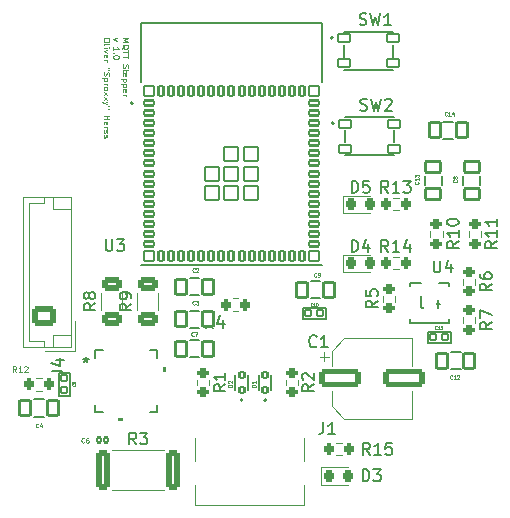
<source format=gto>
G04 #@! TF.GenerationSoftware,KiCad,Pcbnew,7.0.6*
G04 #@! TF.CreationDate,2025-03-25T12:27:29+01:00*
G04 #@! TF.ProjectId,Stepper ESP,53746570-7065-4722-9045-53502e6b6963,rev?*
G04 #@! TF.SameCoordinates,Original*
G04 #@! TF.FileFunction,Legend,Top*
G04 #@! TF.FilePolarity,Positive*
%FSLAX46Y46*%
G04 Gerber Fmt 4.6, Leading zero omitted, Abs format (unit mm)*
G04 Created by KiCad (PCBNEW 7.0.6) date 2025-03-25 12:27:29*
%MOMM*%
%LPD*%
G01*
G04 APERTURE LIST*
G04 Aperture macros list*
%AMRoundRect*
0 Rectangle with rounded corners*
0 $1 Rounding radius*
0 $2 $3 $4 $5 $6 $7 $8 $9 X,Y pos of 4 corners*
0 Add a 4 corners polygon primitive as box body*
4,1,4,$2,$3,$4,$5,$6,$7,$8,$9,$2,$3,0*
0 Add four circle primitives for the rounded corners*
1,1,$1+$1,$2,$3*
1,1,$1+$1,$4,$5*
1,1,$1+$1,$6,$7*
1,1,$1+$1,$8,$9*
0 Add four rect primitives between the rounded corners*
20,1,$1+$1,$2,$3,$4,$5,0*
20,1,$1+$1,$4,$5,$6,$7,0*
20,1,$1+$1,$6,$7,$8,$9,0*
20,1,$1+$1,$8,$9,$2,$3,0*%
G04 Aperture macros list end*
%ADD10C,0.125000*%
%ADD11C,0.150000*%
%ADD12C,0.080000*%
%ADD13C,0.060000*%
%ADD14C,0.098425*%
%ADD15C,0.152400*%
%ADD16C,0.127000*%
%ADD17C,0.200000*%
%ADD18C,0.120000*%
%ADD19C,0.010000*%
%ADD20R,0.625000X0.400000*%
%ADD21R,0.350000X0.275000*%
%ADD22R,1.100000X1.900000*%
%ADD23RoundRect,0.102000X-0.400000X-0.200000X0.400000X-0.200000X0.400000X0.200000X-0.400000X0.200000X0*%
%ADD24RoundRect,0.102000X-0.200000X-0.400000X0.200000X-0.400000X0.200000X0.400000X-0.200000X0.400000X0*%
%ADD25RoundRect,0.102000X-0.600000X-0.600000X0.600000X-0.600000X0.600000X0.600000X-0.600000X0.600000X0*%
%ADD26RoundRect,0.102000X-0.400000X-0.400000X0.400000X-0.400000X0.400000X0.400000X-0.400000X0.400000X0*%
%ADD27R,0.762000X0.254000*%
%ADD28R,0.254000X0.762000*%
%ADD29R,3.800000X3.800000*%
%ADD30RoundRect,0.102000X-0.525000X-0.325000X0.525000X-0.325000X0.525000X0.325000X-0.525000X0.325000X0*%
%ADD31RoundRect,0.200000X0.200000X0.275000X-0.200000X0.275000X-0.200000X-0.275000X0.200000X-0.275000X0*%
%ADD32RoundRect,0.200000X-0.200000X-0.275000X0.200000X-0.275000X0.200000X0.275000X-0.200000X0.275000X0*%
%ADD33RoundRect,0.200000X-0.275000X0.200000X-0.275000X-0.200000X0.275000X-0.200000X0.275000X0.200000X0*%
%ADD34RoundRect,0.250000X0.625000X-0.312500X0.625000X0.312500X-0.625000X0.312500X-0.625000X-0.312500X0*%
%ADD35RoundRect,0.200000X0.275000X-0.200000X0.275000X0.200000X-0.275000X0.200000X-0.275000X-0.200000X0*%
%ADD36RoundRect,0.250000X-0.362500X-1.425000X0.362500X-1.425000X0.362500X1.425000X-0.362500X1.425000X0*%
%ADD37C,0.650000*%
%ADD38R,0.600000X1.240000*%
%ADD39R,0.300000X1.240000*%
%ADD40O,1.000000X1.800000*%
%ADD41O,1.000000X2.100000*%
%ADD42RoundRect,0.218750X-0.218750X-0.256250X0.218750X-0.256250X0.218750X0.256250X-0.218750X0.256250X0*%
%ADD43RoundRect,0.102000X0.200000X-0.240000X0.200000X0.240000X-0.200000X0.240000X-0.200000X-0.240000X0*%
%ADD44RoundRect,0.102000X-0.450000X-0.650000X0.450000X-0.650000X0.450000X0.650000X-0.450000X0.650000X0*%
%ADD45RoundRect,0.102000X0.650000X-0.450000X0.650000X0.450000X-0.650000X0.450000X-0.650000X-0.450000X0*%
%ADD46RoundRect,0.102000X0.450000X0.650000X-0.450000X0.650000X-0.450000X-0.650000X0.450000X-0.650000X0*%
%ADD47RoundRect,0.102000X-0.250000X-0.250000X0.250000X-0.250000X0.250000X0.250000X-0.250000X0.250000X0*%
%ADD48RoundRect,0.102000X-0.190000X-0.200000X0.190000X-0.200000X0.190000X0.200000X-0.190000X0.200000X0*%
%ADD49RoundRect,0.102000X-0.250000X0.250000X-0.250000X-0.250000X0.250000X-0.250000X0.250000X0.250000X0*%
%ADD50RoundRect,0.250000X-1.500000X-0.550000X1.500000X-0.550000X1.500000X0.550000X-1.500000X0.550000X0*%
%ADD51RoundRect,0.250000X0.725000X-0.600000X0.725000X0.600000X-0.725000X0.600000X-0.725000X-0.600000X0*%
%ADD52O,1.950000X1.700000*%
G04 APERTURE END LIST*
D10*
X99677690Y-42451283D02*
X100177690Y-42451283D01*
X100177690Y-42451283D02*
X99820547Y-42617950D01*
X99820547Y-42617950D02*
X100177690Y-42784616D01*
X100177690Y-42784616D02*
X99677690Y-42784616D01*
X99630071Y-43356045D02*
X99653880Y-43308426D01*
X99653880Y-43308426D02*
X99701500Y-43260807D01*
X99701500Y-43260807D02*
X99772928Y-43189379D01*
X99772928Y-43189379D02*
X99796738Y-43141760D01*
X99796738Y-43141760D02*
X99796738Y-43094141D01*
X99677690Y-43117950D02*
X99701500Y-43070331D01*
X99701500Y-43070331D02*
X99749119Y-43022712D01*
X99749119Y-43022712D02*
X99844357Y-42998903D01*
X99844357Y-42998903D02*
X100011023Y-42998903D01*
X100011023Y-42998903D02*
X100106261Y-43022712D01*
X100106261Y-43022712D02*
X100153880Y-43070331D01*
X100153880Y-43070331D02*
X100177690Y-43117950D01*
X100177690Y-43117950D02*
X100177690Y-43213188D01*
X100177690Y-43213188D02*
X100153880Y-43260807D01*
X100153880Y-43260807D02*
X100106261Y-43308426D01*
X100106261Y-43308426D02*
X100011023Y-43332236D01*
X100011023Y-43332236D02*
X99844357Y-43332236D01*
X99844357Y-43332236D02*
X99749119Y-43308426D01*
X99749119Y-43308426D02*
X99701500Y-43260807D01*
X99701500Y-43260807D02*
X99677690Y-43213188D01*
X99677690Y-43213188D02*
X99677690Y-43117950D01*
X100177690Y-43475094D02*
X100177690Y-43760808D01*
X99677690Y-43617951D02*
X100177690Y-43617951D01*
X100177690Y-43856046D02*
X100177690Y-44141760D01*
X99677690Y-43998903D02*
X100177690Y-43998903D01*
X99701500Y-44665569D02*
X99677690Y-44736997D01*
X99677690Y-44736997D02*
X99677690Y-44856045D01*
X99677690Y-44856045D02*
X99701500Y-44903664D01*
X99701500Y-44903664D02*
X99725309Y-44927473D01*
X99725309Y-44927473D02*
X99772928Y-44951283D01*
X99772928Y-44951283D02*
X99820547Y-44951283D01*
X99820547Y-44951283D02*
X99868166Y-44927473D01*
X99868166Y-44927473D02*
X99891976Y-44903664D01*
X99891976Y-44903664D02*
X99915785Y-44856045D01*
X99915785Y-44856045D02*
X99939595Y-44760807D01*
X99939595Y-44760807D02*
X99963404Y-44713188D01*
X99963404Y-44713188D02*
X99987214Y-44689378D01*
X99987214Y-44689378D02*
X100034833Y-44665569D01*
X100034833Y-44665569D02*
X100082452Y-44665569D01*
X100082452Y-44665569D02*
X100130071Y-44689378D01*
X100130071Y-44689378D02*
X100153880Y-44713188D01*
X100153880Y-44713188D02*
X100177690Y-44760807D01*
X100177690Y-44760807D02*
X100177690Y-44879854D01*
X100177690Y-44879854D02*
X100153880Y-44951283D01*
X100011023Y-45094140D02*
X100011023Y-45284616D01*
X100177690Y-45165568D02*
X99749119Y-45165568D01*
X99749119Y-45165568D02*
X99701500Y-45189378D01*
X99701500Y-45189378D02*
X99677690Y-45236997D01*
X99677690Y-45236997D02*
X99677690Y-45284616D01*
X99701500Y-45641758D02*
X99677690Y-45594139D01*
X99677690Y-45594139D02*
X99677690Y-45498901D01*
X99677690Y-45498901D02*
X99701500Y-45451282D01*
X99701500Y-45451282D02*
X99749119Y-45427473D01*
X99749119Y-45427473D02*
X99939595Y-45427473D01*
X99939595Y-45427473D02*
X99987214Y-45451282D01*
X99987214Y-45451282D02*
X100011023Y-45498901D01*
X100011023Y-45498901D02*
X100011023Y-45594139D01*
X100011023Y-45594139D02*
X99987214Y-45641758D01*
X99987214Y-45641758D02*
X99939595Y-45665568D01*
X99939595Y-45665568D02*
X99891976Y-45665568D01*
X99891976Y-45665568D02*
X99844357Y-45427473D01*
X100011023Y-45879853D02*
X99511023Y-45879853D01*
X99987214Y-45879853D02*
X100011023Y-45927472D01*
X100011023Y-45927472D02*
X100011023Y-46022710D01*
X100011023Y-46022710D02*
X99987214Y-46070329D01*
X99987214Y-46070329D02*
X99963404Y-46094139D01*
X99963404Y-46094139D02*
X99915785Y-46117948D01*
X99915785Y-46117948D02*
X99772928Y-46117948D01*
X99772928Y-46117948D02*
X99725309Y-46094139D01*
X99725309Y-46094139D02*
X99701500Y-46070329D01*
X99701500Y-46070329D02*
X99677690Y-46022710D01*
X99677690Y-46022710D02*
X99677690Y-45927472D01*
X99677690Y-45927472D02*
X99701500Y-45879853D01*
X100011023Y-46332234D02*
X99511023Y-46332234D01*
X99987214Y-46332234D02*
X100011023Y-46379853D01*
X100011023Y-46379853D02*
X100011023Y-46475091D01*
X100011023Y-46475091D02*
X99987214Y-46522710D01*
X99987214Y-46522710D02*
X99963404Y-46546520D01*
X99963404Y-46546520D02*
X99915785Y-46570329D01*
X99915785Y-46570329D02*
X99772928Y-46570329D01*
X99772928Y-46570329D02*
X99725309Y-46546520D01*
X99725309Y-46546520D02*
X99701500Y-46522710D01*
X99701500Y-46522710D02*
X99677690Y-46475091D01*
X99677690Y-46475091D02*
X99677690Y-46379853D01*
X99677690Y-46379853D02*
X99701500Y-46332234D01*
X99701500Y-46975091D02*
X99677690Y-46927472D01*
X99677690Y-46927472D02*
X99677690Y-46832234D01*
X99677690Y-46832234D02*
X99701500Y-46784615D01*
X99701500Y-46784615D02*
X99749119Y-46760806D01*
X99749119Y-46760806D02*
X99939595Y-46760806D01*
X99939595Y-46760806D02*
X99987214Y-46784615D01*
X99987214Y-46784615D02*
X100011023Y-46832234D01*
X100011023Y-46832234D02*
X100011023Y-46927472D01*
X100011023Y-46927472D02*
X99987214Y-46975091D01*
X99987214Y-46975091D02*
X99939595Y-46998901D01*
X99939595Y-46998901D02*
X99891976Y-46998901D01*
X99891976Y-46998901D02*
X99844357Y-46760806D01*
X99677690Y-47213186D02*
X100011023Y-47213186D01*
X99915785Y-47213186D02*
X99963404Y-47236996D01*
X99963404Y-47236996D02*
X99987214Y-47260805D01*
X99987214Y-47260805D02*
X100011023Y-47308424D01*
X100011023Y-47308424D02*
X100011023Y-47356043D01*
X99206023Y-42403664D02*
X98872690Y-42522712D01*
X98872690Y-42522712D02*
X99206023Y-42641759D01*
X98872690Y-43475092D02*
X98872690Y-43189378D01*
X98872690Y-43332235D02*
X99372690Y-43332235D01*
X99372690Y-43332235D02*
X99301261Y-43284616D01*
X99301261Y-43284616D02*
X99253642Y-43236997D01*
X99253642Y-43236997D02*
X99229833Y-43189378D01*
X98920309Y-43689377D02*
X98896500Y-43713187D01*
X98896500Y-43713187D02*
X98872690Y-43689377D01*
X98872690Y-43689377D02*
X98896500Y-43665568D01*
X98896500Y-43665568D02*
X98920309Y-43689377D01*
X98920309Y-43689377D02*
X98872690Y-43689377D01*
X99372690Y-44022710D02*
X99372690Y-44070329D01*
X99372690Y-44070329D02*
X99348880Y-44117948D01*
X99348880Y-44117948D02*
X99325071Y-44141758D01*
X99325071Y-44141758D02*
X99277452Y-44165567D01*
X99277452Y-44165567D02*
X99182214Y-44189377D01*
X99182214Y-44189377D02*
X99063166Y-44189377D01*
X99063166Y-44189377D02*
X98967928Y-44165567D01*
X98967928Y-44165567D02*
X98920309Y-44141758D01*
X98920309Y-44141758D02*
X98896500Y-44117948D01*
X98896500Y-44117948D02*
X98872690Y-44070329D01*
X98872690Y-44070329D02*
X98872690Y-44022710D01*
X98872690Y-44022710D02*
X98896500Y-43975091D01*
X98896500Y-43975091D02*
X98920309Y-43951282D01*
X98920309Y-43951282D02*
X98967928Y-43927472D01*
X98967928Y-43927472D02*
X99063166Y-43903663D01*
X99063166Y-43903663D02*
X99182214Y-43903663D01*
X99182214Y-43903663D02*
X99277452Y-43927472D01*
X99277452Y-43927472D02*
X99325071Y-43951282D01*
X99325071Y-43951282D02*
X99348880Y-43975091D01*
X99348880Y-43975091D02*
X99372690Y-44022710D01*
X98567690Y-42546521D02*
X98567690Y-42641759D01*
X98567690Y-42641759D02*
X98543880Y-42689378D01*
X98543880Y-42689378D02*
X98496261Y-42736997D01*
X98496261Y-42736997D02*
X98401023Y-42760807D01*
X98401023Y-42760807D02*
X98234357Y-42760807D01*
X98234357Y-42760807D02*
X98139119Y-42736997D01*
X98139119Y-42736997D02*
X98091500Y-42689378D01*
X98091500Y-42689378D02*
X98067690Y-42641759D01*
X98067690Y-42641759D02*
X98067690Y-42546521D01*
X98067690Y-42546521D02*
X98091500Y-42498902D01*
X98091500Y-42498902D02*
X98139119Y-42451283D01*
X98139119Y-42451283D02*
X98234357Y-42427474D01*
X98234357Y-42427474D02*
X98401023Y-42427474D01*
X98401023Y-42427474D02*
X98496261Y-42451283D01*
X98496261Y-42451283D02*
X98543880Y-42498902D01*
X98543880Y-42498902D02*
X98567690Y-42546521D01*
X98067690Y-43046522D02*
X98091500Y-42998903D01*
X98091500Y-42998903D02*
X98139119Y-42975093D01*
X98139119Y-42975093D02*
X98567690Y-42975093D01*
X98067690Y-43236998D02*
X98401023Y-43236998D01*
X98567690Y-43236998D02*
X98543880Y-43213189D01*
X98543880Y-43213189D02*
X98520071Y-43236998D01*
X98520071Y-43236998D02*
X98543880Y-43260808D01*
X98543880Y-43260808D02*
X98567690Y-43236998D01*
X98567690Y-43236998D02*
X98520071Y-43236998D01*
X98401023Y-43427474D02*
X98067690Y-43546522D01*
X98067690Y-43546522D02*
X98401023Y-43665569D01*
X98091500Y-44046521D02*
X98067690Y-43998902D01*
X98067690Y-43998902D02*
X98067690Y-43903664D01*
X98067690Y-43903664D02*
X98091500Y-43856045D01*
X98091500Y-43856045D02*
X98139119Y-43832236D01*
X98139119Y-43832236D02*
X98329595Y-43832236D01*
X98329595Y-43832236D02*
X98377214Y-43856045D01*
X98377214Y-43856045D02*
X98401023Y-43903664D01*
X98401023Y-43903664D02*
X98401023Y-43998902D01*
X98401023Y-43998902D02*
X98377214Y-44046521D01*
X98377214Y-44046521D02*
X98329595Y-44070331D01*
X98329595Y-44070331D02*
X98281976Y-44070331D01*
X98281976Y-44070331D02*
X98234357Y-43832236D01*
X98067690Y-44284616D02*
X98401023Y-44284616D01*
X98305785Y-44284616D02*
X98353404Y-44308426D01*
X98353404Y-44308426D02*
X98377214Y-44332235D01*
X98377214Y-44332235D02*
X98401023Y-44379854D01*
X98401023Y-44379854D02*
X98401023Y-44427473D01*
X98567690Y-44951283D02*
X98472452Y-44951283D01*
X98567690Y-45141759D02*
X98472452Y-45141759D01*
X98091500Y-45332235D02*
X98067690Y-45403663D01*
X98067690Y-45403663D02*
X98067690Y-45522711D01*
X98067690Y-45522711D02*
X98091500Y-45570330D01*
X98091500Y-45570330D02*
X98115309Y-45594139D01*
X98115309Y-45594139D02*
X98162928Y-45617949D01*
X98162928Y-45617949D02*
X98210547Y-45617949D01*
X98210547Y-45617949D02*
X98258166Y-45594139D01*
X98258166Y-45594139D02*
X98281976Y-45570330D01*
X98281976Y-45570330D02*
X98305785Y-45522711D01*
X98305785Y-45522711D02*
X98329595Y-45427473D01*
X98329595Y-45427473D02*
X98353404Y-45379854D01*
X98353404Y-45379854D02*
X98377214Y-45356044D01*
X98377214Y-45356044D02*
X98424833Y-45332235D01*
X98424833Y-45332235D02*
X98472452Y-45332235D01*
X98472452Y-45332235D02*
X98520071Y-45356044D01*
X98520071Y-45356044D02*
X98543880Y-45379854D01*
X98543880Y-45379854D02*
X98567690Y-45427473D01*
X98567690Y-45427473D02*
X98567690Y-45546520D01*
X98567690Y-45546520D02*
X98543880Y-45617949D01*
X98401023Y-45832234D02*
X97901023Y-45832234D01*
X98377214Y-45832234D02*
X98401023Y-45879853D01*
X98401023Y-45879853D02*
X98401023Y-45975091D01*
X98401023Y-45975091D02*
X98377214Y-46022710D01*
X98377214Y-46022710D02*
X98353404Y-46046520D01*
X98353404Y-46046520D02*
X98305785Y-46070329D01*
X98305785Y-46070329D02*
X98162928Y-46070329D01*
X98162928Y-46070329D02*
X98115309Y-46046520D01*
X98115309Y-46046520D02*
X98091500Y-46022710D01*
X98091500Y-46022710D02*
X98067690Y-45975091D01*
X98067690Y-45975091D02*
X98067690Y-45879853D01*
X98067690Y-45879853D02*
X98091500Y-45832234D01*
X98067690Y-46284615D02*
X98401023Y-46284615D01*
X98305785Y-46284615D02*
X98353404Y-46308425D01*
X98353404Y-46308425D02*
X98377214Y-46332234D01*
X98377214Y-46332234D02*
X98401023Y-46379853D01*
X98401023Y-46379853D02*
X98401023Y-46427472D01*
X98067690Y-46665568D02*
X98091500Y-46617949D01*
X98091500Y-46617949D02*
X98115309Y-46594139D01*
X98115309Y-46594139D02*
X98162928Y-46570330D01*
X98162928Y-46570330D02*
X98305785Y-46570330D01*
X98305785Y-46570330D02*
X98353404Y-46594139D01*
X98353404Y-46594139D02*
X98377214Y-46617949D01*
X98377214Y-46617949D02*
X98401023Y-46665568D01*
X98401023Y-46665568D02*
X98401023Y-46736996D01*
X98401023Y-46736996D02*
X98377214Y-46784615D01*
X98377214Y-46784615D02*
X98353404Y-46808425D01*
X98353404Y-46808425D02*
X98305785Y-46832234D01*
X98305785Y-46832234D02*
X98162928Y-46832234D01*
X98162928Y-46832234D02*
X98115309Y-46808425D01*
X98115309Y-46808425D02*
X98091500Y-46784615D01*
X98091500Y-46784615D02*
X98067690Y-46736996D01*
X98067690Y-46736996D02*
X98067690Y-46665568D01*
X98067690Y-46998901D02*
X98401023Y-47260806D01*
X98401023Y-46998901D02*
X98067690Y-47260806D01*
X98067690Y-47403663D02*
X98401023Y-47665568D01*
X98401023Y-47403663D02*
X98067690Y-47665568D01*
X98401023Y-47808425D02*
X98067690Y-47927473D01*
X98401023Y-48046520D02*
X98067690Y-47927473D01*
X98067690Y-47927473D02*
X97948642Y-47879854D01*
X97948642Y-47879854D02*
X97924833Y-47856044D01*
X97924833Y-47856044D02*
X97901023Y-47808425D01*
X98567690Y-48213187D02*
X98472452Y-48213187D01*
X98567690Y-48403663D02*
X98472452Y-48403663D01*
X98067690Y-48998900D02*
X98567690Y-48998900D01*
X98329595Y-48998900D02*
X98329595Y-49284614D01*
X98067690Y-49284614D02*
X98567690Y-49284614D01*
X98091500Y-49713186D02*
X98067690Y-49665567D01*
X98067690Y-49665567D02*
X98067690Y-49570329D01*
X98067690Y-49570329D02*
X98091500Y-49522710D01*
X98091500Y-49522710D02*
X98139119Y-49498901D01*
X98139119Y-49498901D02*
X98329595Y-49498901D01*
X98329595Y-49498901D02*
X98377214Y-49522710D01*
X98377214Y-49522710D02*
X98401023Y-49570329D01*
X98401023Y-49570329D02*
X98401023Y-49665567D01*
X98401023Y-49665567D02*
X98377214Y-49713186D01*
X98377214Y-49713186D02*
X98329595Y-49736996D01*
X98329595Y-49736996D02*
X98281976Y-49736996D01*
X98281976Y-49736996D02*
X98234357Y-49498901D01*
X98067690Y-49951281D02*
X98401023Y-49951281D01*
X98305785Y-49951281D02*
X98353404Y-49975091D01*
X98353404Y-49975091D02*
X98377214Y-49998900D01*
X98377214Y-49998900D02*
X98401023Y-50046519D01*
X98401023Y-50046519D02*
X98401023Y-50094138D01*
X98091500Y-50236996D02*
X98067690Y-50284615D01*
X98067690Y-50284615D02*
X98067690Y-50379853D01*
X98067690Y-50379853D02*
X98091500Y-50427472D01*
X98091500Y-50427472D02*
X98139119Y-50451281D01*
X98139119Y-50451281D02*
X98162928Y-50451281D01*
X98162928Y-50451281D02*
X98210547Y-50427472D01*
X98210547Y-50427472D02*
X98234357Y-50379853D01*
X98234357Y-50379853D02*
X98234357Y-50308424D01*
X98234357Y-50308424D02*
X98258166Y-50260805D01*
X98258166Y-50260805D02*
X98305785Y-50236996D01*
X98305785Y-50236996D02*
X98329595Y-50236996D01*
X98329595Y-50236996D02*
X98377214Y-50260805D01*
X98377214Y-50260805D02*
X98401023Y-50308424D01*
X98401023Y-50308424D02*
X98401023Y-50379853D01*
X98401023Y-50379853D02*
X98377214Y-50427472D01*
X98091500Y-50641758D02*
X98067690Y-50689377D01*
X98067690Y-50689377D02*
X98067690Y-50784615D01*
X98067690Y-50784615D02*
X98091500Y-50832234D01*
X98091500Y-50832234D02*
X98139119Y-50856043D01*
X98139119Y-50856043D02*
X98162928Y-50856043D01*
X98162928Y-50856043D02*
X98210547Y-50832234D01*
X98210547Y-50832234D02*
X98234357Y-50784615D01*
X98234357Y-50784615D02*
X98234357Y-50713186D01*
X98234357Y-50713186D02*
X98258166Y-50665567D01*
X98258166Y-50665567D02*
X98305785Y-50641758D01*
X98305785Y-50641758D02*
X98329595Y-50641758D01*
X98329595Y-50641758D02*
X98377214Y-50665567D01*
X98377214Y-50665567D02*
X98401023Y-50713186D01*
X98401023Y-50713186D02*
X98401023Y-50784615D01*
X98401023Y-50784615D02*
X98377214Y-50832234D01*
D11*
X124913095Y-64291819D02*
X124913095Y-65101342D01*
X124913095Y-65101342D02*
X124960714Y-65196580D01*
X124960714Y-65196580D02*
X125008333Y-65244200D01*
X125008333Y-65244200D02*
X125103571Y-65291819D01*
X125103571Y-65291819D02*
X125294047Y-65291819D01*
X125294047Y-65291819D02*
X125389285Y-65244200D01*
X125389285Y-65244200D02*
X125436904Y-65196580D01*
X125436904Y-65196580D02*
X125484523Y-65101342D01*
X125484523Y-65101342D02*
X125484523Y-64291819D01*
X126389285Y-64625152D02*
X126389285Y-65291819D01*
X126151190Y-64244200D02*
X125913095Y-64958485D01*
X125913095Y-64958485D02*
X126532142Y-64958485D01*
X126025595Y-61266818D02*
X126025595Y-62076341D01*
X126025595Y-62076341D02*
X126073214Y-62171579D01*
X126073214Y-62171579D02*
X126120833Y-62219199D01*
X126120833Y-62219199D02*
X126216071Y-62266818D01*
X126216071Y-62266818D02*
X126406547Y-62266818D01*
X126406547Y-62266818D02*
X126501785Y-62219199D01*
X126501785Y-62219199D02*
X126549404Y-62171579D01*
X126549404Y-62171579D02*
X126597023Y-62076341D01*
X126597023Y-62076341D02*
X126597023Y-61266818D01*
X127501785Y-61600151D02*
X127501785Y-62266818D01*
X127263690Y-61219199D02*
X127025595Y-61933484D01*
X127025595Y-61933484D02*
X127644642Y-61933484D01*
X98238095Y-59454819D02*
X98238095Y-60264342D01*
X98238095Y-60264342D02*
X98285714Y-60359580D01*
X98285714Y-60359580D02*
X98333333Y-60407200D01*
X98333333Y-60407200D02*
X98428571Y-60454819D01*
X98428571Y-60454819D02*
X98619047Y-60454819D01*
X98619047Y-60454819D02*
X98714285Y-60407200D01*
X98714285Y-60407200D02*
X98761904Y-60359580D01*
X98761904Y-60359580D02*
X98809523Y-60264342D01*
X98809523Y-60264342D02*
X98809523Y-59454819D01*
X99190476Y-59454819D02*
X99809523Y-59454819D01*
X99809523Y-59454819D02*
X99476190Y-59835771D01*
X99476190Y-59835771D02*
X99619047Y-59835771D01*
X99619047Y-59835771D02*
X99714285Y-59883390D01*
X99714285Y-59883390D02*
X99761904Y-59931009D01*
X99761904Y-59931009D02*
X99809523Y-60026247D01*
X99809523Y-60026247D02*
X99809523Y-60264342D01*
X99809523Y-60264342D02*
X99761904Y-60359580D01*
X99761904Y-60359580D02*
X99714285Y-60407200D01*
X99714285Y-60407200D02*
X99619047Y-60454819D01*
X99619047Y-60454819D02*
X99333333Y-60454819D01*
X99333333Y-60454819D02*
X99238095Y-60407200D01*
X99238095Y-60407200D02*
X99190476Y-60359580D01*
X99238095Y-70954819D02*
X99238095Y-71764342D01*
X99238095Y-71764342D02*
X99285714Y-71859580D01*
X99285714Y-71859580D02*
X99333333Y-71907200D01*
X99333333Y-71907200D02*
X99428571Y-71954819D01*
X99428571Y-71954819D02*
X99619047Y-71954819D01*
X99619047Y-71954819D02*
X99714285Y-71907200D01*
X99714285Y-71907200D02*
X99761904Y-71859580D01*
X99761904Y-71859580D02*
X99809523Y-71764342D01*
X99809523Y-71764342D02*
X99809523Y-70954819D01*
X100238095Y-71050057D02*
X100285714Y-71002438D01*
X100285714Y-71002438D02*
X100380952Y-70954819D01*
X100380952Y-70954819D02*
X100619047Y-70954819D01*
X100619047Y-70954819D02*
X100714285Y-71002438D01*
X100714285Y-71002438D02*
X100761904Y-71050057D01*
X100761904Y-71050057D02*
X100809523Y-71145295D01*
X100809523Y-71145295D02*
X100809523Y-71240533D01*
X100809523Y-71240533D02*
X100761904Y-71383390D01*
X100761904Y-71383390D02*
X100190476Y-71954819D01*
X100190476Y-71954819D02*
X100809523Y-71954819D01*
X96558300Y-69454819D02*
X96558300Y-69692914D01*
X96320205Y-69597676D02*
X96558300Y-69692914D01*
X96558300Y-69692914D02*
X96796395Y-69597676D01*
X96415443Y-69883390D02*
X96558300Y-69692914D01*
X96558300Y-69692914D02*
X96701157Y-69883390D01*
X96558300Y-69454819D02*
X96558300Y-69692914D01*
X96320205Y-69597676D02*
X96558300Y-69692914D01*
X96558300Y-69692914D02*
X96796395Y-69597676D01*
X96415443Y-69883390D02*
X96558300Y-69692914D01*
X96558300Y-69692914D02*
X96701157Y-69883390D01*
X119816667Y-48522200D02*
X119959524Y-48569819D01*
X119959524Y-48569819D02*
X120197619Y-48569819D01*
X120197619Y-48569819D02*
X120292857Y-48522200D01*
X120292857Y-48522200D02*
X120340476Y-48474580D01*
X120340476Y-48474580D02*
X120388095Y-48379342D01*
X120388095Y-48379342D02*
X120388095Y-48284104D01*
X120388095Y-48284104D02*
X120340476Y-48188866D01*
X120340476Y-48188866D02*
X120292857Y-48141247D01*
X120292857Y-48141247D02*
X120197619Y-48093628D01*
X120197619Y-48093628D02*
X120007143Y-48046009D01*
X120007143Y-48046009D02*
X119911905Y-47998390D01*
X119911905Y-47998390D02*
X119864286Y-47950771D01*
X119864286Y-47950771D02*
X119816667Y-47855533D01*
X119816667Y-47855533D02*
X119816667Y-47760295D01*
X119816667Y-47760295D02*
X119864286Y-47665057D01*
X119864286Y-47665057D02*
X119911905Y-47617438D01*
X119911905Y-47617438D02*
X120007143Y-47569819D01*
X120007143Y-47569819D02*
X120245238Y-47569819D01*
X120245238Y-47569819D02*
X120388095Y-47617438D01*
X120721429Y-47569819D02*
X120959524Y-48569819D01*
X120959524Y-48569819D02*
X121150000Y-47855533D01*
X121150000Y-47855533D02*
X121340476Y-48569819D01*
X121340476Y-48569819D02*
X121578572Y-47569819D01*
X121911905Y-47665057D02*
X121959524Y-47617438D01*
X121959524Y-47617438D02*
X122054762Y-47569819D01*
X122054762Y-47569819D02*
X122292857Y-47569819D01*
X122292857Y-47569819D02*
X122388095Y-47617438D01*
X122388095Y-47617438D02*
X122435714Y-47665057D01*
X122435714Y-47665057D02*
X122483333Y-47760295D01*
X122483333Y-47760295D02*
X122483333Y-47855533D01*
X122483333Y-47855533D02*
X122435714Y-47998390D01*
X122435714Y-47998390D02*
X121864286Y-48569819D01*
X121864286Y-48569819D02*
X122483333Y-48569819D01*
X119741667Y-41272200D02*
X119884524Y-41319819D01*
X119884524Y-41319819D02*
X120122619Y-41319819D01*
X120122619Y-41319819D02*
X120217857Y-41272200D01*
X120217857Y-41272200D02*
X120265476Y-41224580D01*
X120265476Y-41224580D02*
X120313095Y-41129342D01*
X120313095Y-41129342D02*
X120313095Y-41034104D01*
X120313095Y-41034104D02*
X120265476Y-40938866D01*
X120265476Y-40938866D02*
X120217857Y-40891247D01*
X120217857Y-40891247D02*
X120122619Y-40843628D01*
X120122619Y-40843628D02*
X119932143Y-40796009D01*
X119932143Y-40796009D02*
X119836905Y-40748390D01*
X119836905Y-40748390D02*
X119789286Y-40700771D01*
X119789286Y-40700771D02*
X119741667Y-40605533D01*
X119741667Y-40605533D02*
X119741667Y-40510295D01*
X119741667Y-40510295D02*
X119789286Y-40415057D01*
X119789286Y-40415057D02*
X119836905Y-40367438D01*
X119836905Y-40367438D02*
X119932143Y-40319819D01*
X119932143Y-40319819D02*
X120170238Y-40319819D01*
X120170238Y-40319819D02*
X120313095Y-40367438D01*
X120646429Y-40319819D02*
X120884524Y-41319819D01*
X120884524Y-41319819D02*
X121075000Y-40605533D01*
X121075000Y-40605533D02*
X121265476Y-41319819D01*
X121265476Y-41319819D02*
X121503572Y-40319819D01*
X122408333Y-41319819D02*
X121836905Y-41319819D01*
X122122619Y-41319819D02*
X122122619Y-40319819D01*
X122122619Y-40319819D02*
X122027381Y-40462676D01*
X122027381Y-40462676D02*
X121932143Y-40557914D01*
X121932143Y-40557914D02*
X121836905Y-40605533D01*
X120607142Y-77704819D02*
X120273809Y-77228628D01*
X120035714Y-77704819D02*
X120035714Y-76704819D01*
X120035714Y-76704819D02*
X120416666Y-76704819D01*
X120416666Y-76704819D02*
X120511904Y-76752438D01*
X120511904Y-76752438D02*
X120559523Y-76800057D01*
X120559523Y-76800057D02*
X120607142Y-76895295D01*
X120607142Y-76895295D02*
X120607142Y-77038152D01*
X120607142Y-77038152D02*
X120559523Y-77133390D01*
X120559523Y-77133390D02*
X120511904Y-77181009D01*
X120511904Y-77181009D02*
X120416666Y-77228628D01*
X120416666Y-77228628D02*
X120035714Y-77228628D01*
X121559523Y-77704819D02*
X120988095Y-77704819D01*
X121273809Y-77704819D02*
X121273809Y-76704819D01*
X121273809Y-76704819D02*
X121178571Y-76847676D01*
X121178571Y-76847676D02*
X121083333Y-76942914D01*
X121083333Y-76942914D02*
X120988095Y-76990533D01*
X122464285Y-76704819D02*
X121988095Y-76704819D01*
X121988095Y-76704819D02*
X121940476Y-77181009D01*
X121940476Y-77181009D02*
X121988095Y-77133390D01*
X121988095Y-77133390D02*
X122083333Y-77085771D01*
X122083333Y-77085771D02*
X122321428Y-77085771D01*
X122321428Y-77085771D02*
X122416666Y-77133390D01*
X122416666Y-77133390D02*
X122464285Y-77181009D01*
X122464285Y-77181009D02*
X122511904Y-77276247D01*
X122511904Y-77276247D02*
X122511904Y-77514342D01*
X122511904Y-77514342D02*
X122464285Y-77609580D01*
X122464285Y-77609580D02*
X122416666Y-77657200D01*
X122416666Y-77657200D02*
X122321428Y-77704819D01*
X122321428Y-77704819D02*
X122083333Y-77704819D01*
X122083333Y-77704819D02*
X121988095Y-77657200D01*
X121988095Y-77657200D02*
X121940476Y-77609580D01*
X122167142Y-60524819D02*
X121833809Y-60048628D01*
X121595714Y-60524819D02*
X121595714Y-59524819D01*
X121595714Y-59524819D02*
X121976666Y-59524819D01*
X121976666Y-59524819D02*
X122071904Y-59572438D01*
X122071904Y-59572438D02*
X122119523Y-59620057D01*
X122119523Y-59620057D02*
X122167142Y-59715295D01*
X122167142Y-59715295D02*
X122167142Y-59858152D01*
X122167142Y-59858152D02*
X122119523Y-59953390D01*
X122119523Y-59953390D02*
X122071904Y-60001009D01*
X122071904Y-60001009D02*
X121976666Y-60048628D01*
X121976666Y-60048628D02*
X121595714Y-60048628D01*
X123119523Y-60524819D02*
X122548095Y-60524819D01*
X122833809Y-60524819D02*
X122833809Y-59524819D01*
X122833809Y-59524819D02*
X122738571Y-59667676D01*
X122738571Y-59667676D02*
X122643333Y-59762914D01*
X122643333Y-59762914D02*
X122548095Y-59810533D01*
X123976666Y-59858152D02*
X123976666Y-60524819D01*
X123738571Y-59477200D02*
X123500476Y-60191485D01*
X123500476Y-60191485D02*
X124119523Y-60191485D01*
X122167142Y-55524819D02*
X121833809Y-55048628D01*
X121595714Y-55524819D02*
X121595714Y-54524819D01*
X121595714Y-54524819D02*
X121976666Y-54524819D01*
X121976666Y-54524819D02*
X122071904Y-54572438D01*
X122071904Y-54572438D02*
X122119523Y-54620057D01*
X122119523Y-54620057D02*
X122167142Y-54715295D01*
X122167142Y-54715295D02*
X122167142Y-54858152D01*
X122167142Y-54858152D02*
X122119523Y-54953390D01*
X122119523Y-54953390D02*
X122071904Y-55001009D01*
X122071904Y-55001009D02*
X121976666Y-55048628D01*
X121976666Y-55048628D02*
X121595714Y-55048628D01*
X123119523Y-55524819D02*
X122548095Y-55524819D01*
X122833809Y-55524819D02*
X122833809Y-54524819D01*
X122833809Y-54524819D02*
X122738571Y-54667676D01*
X122738571Y-54667676D02*
X122643333Y-54762914D01*
X122643333Y-54762914D02*
X122548095Y-54810533D01*
X123452857Y-54524819D02*
X124071904Y-54524819D01*
X124071904Y-54524819D02*
X123738571Y-54905771D01*
X123738571Y-54905771D02*
X123881428Y-54905771D01*
X123881428Y-54905771D02*
X123976666Y-54953390D01*
X123976666Y-54953390D02*
X124024285Y-55001009D01*
X124024285Y-55001009D02*
X124071904Y-55096247D01*
X124071904Y-55096247D02*
X124071904Y-55334342D01*
X124071904Y-55334342D02*
X124024285Y-55429580D01*
X124024285Y-55429580D02*
X123976666Y-55477200D01*
X123976666Y-55477200D02*
X123881428Y-55524819D01*
X123881428Y-55524819D02*
X123595714Y-55524819D01*
X123595714Y-55524819D02*
X123500476Y-55477200D01*
X123500476Y-55477200D02*
X123452857Y-55429580D01*
D10*
X90678571Y-70724809D02*
X90511905Y-70486714D01*
X90392857Y-70724809D02*
X90392857Y-70224809D01*
X90392857Y-70224809D02*
X90583333Y-70224809D01*
X90583333Y-70224809D02*
X90630952Y-70248619D01*
X90630952Y-70248619D02*
X90654762Y-70272428D01*
X90654762Y-70272428D02*
X90678571Y-70320047D01*
X90678571Y-70320047D02*
X90678571Y-70391476D01*
X90678571Y-70391476D02*
X90654762Y-70439095D01*
X90654762Y-70439095D02*
X90630952Y-70462904D01*
X90630952Y-70462904D02*
X90583333Y-70486714D01*
X90583333Y-70486714D02*
X90392857Y-70486714D01*
X91154762Y-70724809D02*
X90869048Y-70724809D01*
X91011905Y-70724809D02*
X91011905Y-70224809D01*
X91011905Y-70224809D02*
X90964286Y-70296238D01*
X90964286Y-70296238D02*
X90916667Y-70343857D01*
X90916667Y-70343857D02*
X90869048Y-70367666D01*
X91345238Y-70272428D02*
X91369047Y-70248619D01*
X91369047Y-70248619D02*
X91416666Y-70224809D01*
X91416666Y-70224809D02*
X91535714Y-70224809D01*
X91535714Y-70224809D02*
X91583333Y-70248619D01*
X91583333Y-70248619D02*
X91607142Y-70272428D01*
X91607142Y-70272428D02*
X91630952Y-70320047D01*
X91630952Y-70320047D02*
X91630952Y-70367666D01*
X91630952Y-70367666D02*
X91607142Y-70439095D01*
X91607142Y-70439095D02*
X91321428Y-70724809D01*
X91321428Y-70724809D02*
X91630952Y-70724809D01*
D11*
X131384819Y-59642857D02*
X130908628Y-59976190D01*
X131384819Y-60214285D02*
X130384819Y-60214285D01*
X130384819Y-60214285D02*
X130384819Y-59833333D01*
X130384819Y-59833333D02*
X130432438Y-59738095D01*
X130432438Y-59738095D02*
X130480057Y-59690476D01*
X130480057Y-59690476D02*
X130575295Y-59642857D01*
X130575295Y-59642857D02*
X130718152Y-59642857D01*
X130718152Y-59642857D02*
X130813390Y-59690476D01*
X130813390Y-59690476D02*
X130861009Y-59738095D01*
X130861009Y-59738095D02*
X130908628Y-59833333D01*
X130908628Y-59833333D02*
X130908628Y-60214285D01*
X131384819Y-58690476D02*
X131384819Y-59261904D01*
X131384819Y-58976190D02*
X130384819Y-58976190D01*
X130384819Y-58976190D02*
X130527676Y-59071428D01*
X130527676Y-59071428D02*
X130622914Y-59166666D01*
X130622914Y-59166666D02*
X130670533Y-59261904D01*
X131384819Y-57738095D02*
X131384819Y-58309523D01*
X131384819Y-58023809D02*
X130384819Y-58023809D01*
X130384819Y-58023809D02*
X130527676Y-58119047D01*
X130527676Y-58119047D02*
X130622914Y-58214285D01*
X130622914Y-58214285D02*
X130670533Y-58309523D01*
X128134819Y-59642857D02*
X127658628Y-59976190D01*
X128134819Y-60214285D02*
X127134819Y-60214285D01*
X127134819Y-60214285D02*
X127134819Y-59833333D01*
X127134819Y-59833333D02*
X127182438Y-59738095D01*
X127182438Y-59738095D02*
X127230057Y-59690476D01*
X127230057Y-59690476D02*
X127325295Y-59642857D01*
X127325295Y-59642857D02*
X127468152Y-59642857D01*
X127468152Y-59642857D02*
X127563390Y-59690476D01*
X127563390Y-59690476D02*
X127611009Y-59738095D01*
X127611009Y-59738095D02*
X127658628Y-59833333D01*
X127658628Y-59833333D02*
X127658628Y-60214285D01*
X128134819Y-58690476D02*
X128134819Y-59261904D01*
X128134819Y-58976190D02*
X127134819Y-58976190D01*
X127134819Y-58976190D02*
X127277676Y-59071428D01*
X127277676Y-59071428D02*
X127372914Y-59166666D01*
X127372914Y-59166666D02*
X127420533Y-59261904D01*
X127134819Y-58071428D02*
X127134819Y-57976190D01*
X127134819Y-57976190D02*
X127182438Y-57880952D01*
X127182438Y-57880952D02*
X127230057Y-57833333D01*
X127230057Y-57833333D02*
X127325295Y-57785714D01*
X127325295Y-57785714D02*
X127515771Y-57738095D01*
X127515771Y-57738095D02*
X127753866Y-57738095D01*
X127753866Y-57738095D02*
X127944342Y-57785714D01*
X127944342Y-57785714D02*
X128039580Y-57833333D01*
X128039580Y-57833333D02*
X128087200Y-57880952D01*
X128087200Y-57880952D02*
X128134819Y-57976190D01*
X128134819Y-57976190D02*
X128134819Y-58071428D01*
X128134819Y-58071428D02*
X128087200Y-58166666D01*
X128087200Y-58166666D02*
X128039580Y-58214285D01*
X128039580Y-58214285D02*
X127944342Y-58261904D01*
X127944342Y-58261904D02*
X127753866Y-58309523D01*
X127753866Y-58309523D02*
X127515771Y-58309523D01*
X127515771Y-58309523D02*
X127325295Y-58261904D01*
X127325295Y-58261904D02*
X127230057Y-58214285D01*
X127230057Y-58214285D02*
X127182438Y-58166666D01*
X127182438Y-58166666D02*
X127134819Y-58071428D01*
X100424819Y-64916666D02*
X99948628Y-65249999D01*
X100424819Y-65488094D02*
X99424819Y-65488094D01*
X99424819Y-65488094D02*
X99424819Y-65107142D01*
X99424819Y-65107142D02*
X99472438Y-65011904D01*
X99472438Y-65011904D02*
X99520057Y-64964285D01*
X99520057Y-64964285D02*
X99615295Y-64916666D01*
X99615295Y-64916666D02*
X99758152Y-64916666D01*
X99758152Y-64916666D02*
X99853390Y-64964285D01*
X99853390Y-64964285D02*
X99901009Y-65011904D01*
X99901009Y-65011904D02*
X99948628Y-65107142D01*
X99948628Y-65107142D02*
X99948628Y-65488094D01*
X100424819Y-64440475D02*
X100424819Y-64249999D01*
X100424819Y-64249999D02*
X100377200Y-64154761D01*
X100377200Y-64154761D02*
X100329580Y-64107142D01*
X100329580Y-64107142D02*
X100186723Y-64011904D01*
X100186723Y-64011904D02*
X99996247Y-63964285D01*
X99996247Y-63964285D02*
X99615295Y-63964285D01*
X99615295Y-63964285D02*
X99520057Y-64011904D01*
X99520057Y-64011904D02*
X99472438Y-64059523D01*
X99472438Y-64059523D02*
X99424819Y-64154761D01*
X99424819Y-64154761D02*
X99424819Y-64345237D01*
X99424819Y-64345237D02*
X99472438Y-64440475D01*
X99472438Y-64440475D02*
X99520057Y-64488094D01*
X99520057Y-64488094D02*
X99615295Y-64535713D01*
X99615295Y-64535713D02*
X99853390Y-64535713D01*
X99853390Y-64535713D02*
X99948628Y-64488094D01*
X99948628Y-64488094D02*
X99996247Y-64440475D01*
X99996247Y-64440475D02*
X100043866Y-64345237D01*
X100043866Y-64345237D02*
X100043866Y-64154761D01*
X100043866Y-64154761D02*
X99996247Y-64059523D01*
X99996247Y-64059523D02*
X99948628Y-64011904D01*
X99948628Y-64011904D02*
X99853390Y-63964285D01*
X97384819Y-64879166D02*
X96908628Y-65212499D01*
X97384819Y-65450594D02*
X96384819Y-65450594D01*
X96384819Y-65450594D02*
X96384819Y-65069642D01*
X96384819Y-65069642D02*
X96432438Y-64974404D01*
X96432438Y-64974404D02*
X96480057Y-64926785D01*
X96480057Y-64926785D02*
X96575295Y-64879166D01*
X96575295Y-64879166D02*
X96718152Y-64879166D01*
X96718152Y-64879166D02*
X96813390Y-64926785D01*
X96813390Y-64926785D02*
X96861009Y-64974404D01*
X96861009Y-64974404D02*
X96908628Y-65069642D01*
X96908628Y-65069642D02*
X96908628Y-65450594D01*
X96813390Y-64307737D02*
X96765771Y-64402975D01*
X96765771Y-64402975D02*
X96718152Y-64450594D01*
X96718152Y-64450594D02*
X96622914Y-64498213D01*
X96622914Y-64498213D02*
X96575295Y-64498213D01*
X96575295Y-64498213D02*
X96480057Y-64450594D01*
X96480057Y-64450594D02*
X96432438Y-64402975D01*
X96432438Y-64402975D02*
X96384819Y-64307737D01*
X96384819Y-64307737D02*
X96384819Y-64117261D01*
X96384819Y-64117261D02*
X96432438Y-64022023D01*
X96432438Y-64022023D02*
X96480057Y-63974404D01*
X96480057Y-63974404D02*
X96575295Y-63926785D01*
X96575295Y-63926785D02*
X96622914Y-63926785D01*
X96622914Y-63926785D02*
X96718152Y-63974404D01*
X96718152Y-63974404D02*
X96765771Y-64022023D01*
X96765771Y-64022023D02*
X96813390Y-64117261D01*
X96813390Y-64117261D02*
X96813390Y-64307737D01*
X96813390Y-64307737D02*
X96861009Y-64402975D01*
X96861009Y-64402975D02*
X96908628Y-64450594D01*
X96908628Y-64450594D02*
X97003866Y-64498213D01*
X97003866Y-64498213D02*
X97194342Y-64498213D01*
X97194342Y-64498213D02*
X97289580Y-64450594D01*
X97289580Y-64450594D02*
X97337200Y-64402975D01*
X97337200Y-64402975D02*
X97384819Y-64307737D01*
X97384819Y-64307737D02*
X97384819Y-64117261D01*
X97384819Y-64117261D02*
X97337200Y-64022023D01*
X97337200Y-64022023D02*
X97289580Y-63974404D01*
X97289580Y-63974404D02*
X97194342Y-63926785D01*
X97194342Y-63926785D02*
X97003866Y-63926785D01*
X97003866Y-63926785D02*
X96908628Y-63974404D01*
X96908628Y-63974404D02*
X96861009Y-64022023D01*
X96861009Y-64022023D02*
X96813390Y-64117261D01*
X130922319Y-66478665D02*
X130446128Y-66811998D01*
X130922319Y-67050093D02*
X129922319Y-67050093D01*
X129922319Y-67050093D02*
X129922319Y-66669141D01*
X129922319Y-66669141D02*
X129969938Y-66573903D01*
X129969938Y-66573903D02*
X130017557Y-66526284D01*
X130017557Y-66526284D02*
X130112795Y-66478665D01*
X130112795Y-66478665D02*
X130255652Y-66478665D01*
X130255652Y-66478665D02*
X130350890Y-66526284D01*
X130350890Y-66526284D02*
X130398509Y-66573903D01*
X130398509Y-66573903D02*
X130446128Y-66669141D01*
X130446128Y-66669141D02*
X130446128Y-67050093D01*
X129922319Y-66145331D02*
X129922319Y-65478665D01*
X129922319Y-65478665D02*
X130922319Y-65907236D01*
X130922319Y-63228665D02*
X130446128Y-63561998D01*
X130922319Y-63800093D02*
X129922319Y-63800093D01*
X129922319Y-63800093D02*
X129922319Y-63419141D01*
X129922319Y-63419141D02*
X129969938Y-63323903D01*
X129969938Y-63323903D02*
X130017557Y-63276284D01*
X130017557Y-63276284D02*
X130112795Y-63228665D01*
X130112795Y-63228665D02*
X130255652Y-63228665D01*
X130255652Y-63228665D02*
X130350890Y-63276284D01*
X130350890Y-63276284D02*
X130398509Y-63323903D01*
X130398509Y-63323903D02*
X130446128Y-63419141D01*
X130446128Y-63419141D02*
X130446128Y-63800093D01*
X129922319Y-62371522D02*
X129922319Y-62561998D01*
X129922319Y-62561998D02*
X129969938Y-62657236D01*
X129969938Y-62657236D02*
X130017557Y-62704855D01*
X130017557Y-62704855D02*
X130160414Y-62800093D01*
X130160414Y-62800093D02*
X130350890Y-62847712D01*
X130350890Y-62847712D02*
X130731842Y-62847712D01*
X130731842Y-62847712D02*
X130827080Y-62800093D01*
X130827080Y-62800093D02*
X130874700Y-62752474D01*
X130874700Y-62752474D02*
X130922319Y-62657236D01*
X130922319Y-62657236D02*
X130922319Y-62466760D01*
X130922319Y-62466760D02*
X130874700Y-62371522D01*
X130874700Y-62371522D02*
X130827080Y-62323903D01*
X130827080Y-62323903D02*
X130731842Y-62276284D01*
X130731842Y-62276284D02*
X130493747Y-62276284D01*
X130493747Y-62276284D02*
X130398509Y-62323903D01*
X130398509Y-62323903D02*
X130350890Y-62371522D01*
X130350890Y-62371522D02*
X130303271Y-62466760D01*
X130303271Y-62466760D02*
X130303271Y-62657236D01*
X130303271Y-62657236D02*
X130350890Y-62752474D01*
X130350890Y-62752474D02*
X130398509Y-62800093D01*
X130398509Y-62800093D02*
X130493747Y-62847712D01*
X121274819Y-64666666D02*
X120798628Y-64999999D01*
X121274819Y-65238094D02*
X120274819Y-65238094D01*
X120274819Y-65238094D02*
X120274819Y-64857142D01*
X120274819Y-64857142D02*
X120322438Y-64761904D01*
X120322438Y-64761904D02*
X120370057Y-64714285D01*
X120370057Y-64714285D02*
X120465295Y-64666666D01*
X120465295Y-64666666D02*
X120608152Y-64666666D01*
X120608152Y-64666666D02*
X120703390Y-64714285D01*
X120703390Y-64714285D02*
X120751009Y-64761904D01*
X120751009Y-64761904D02*
X120798628Y-64857142D01*
X120798628Y-64857142D02*
X120798628Y-65238094D01*
X120274819Y-63761904D02*
X120274819Y-64238094D01*
X120274819Y-64238094D02*
X120751009Y-64285713D01*
X120751009Y-64285713D02*
X120703390Y-64238094D01*
X120703390Y-64238094D02*
X120655771Y-64142856D01*
X120655771Y-64142856D02*
X120655771Y-63904761D01*
X120655771Y-63904761D02*
X120703390Y-63809523D01*
X120703390Y-63809523D02*
X120751009Y-63761904D01*
X120751009Y-63761904D02*
X120846247Y-63714285D01*
X120846247Y-63714285D02*
X121084342Y-63714285D01*
X121084342Y-63714285D02*
X121179580Y-63761904D01*
X121179580Y-63761904D02*
X121227200Y-63809523D01*
X121227200Y-63809523D02*
X121274819Y-63904761D01*
X121274819Y-63904761D02*
X121274819Y-64142856D01*
X121274819Y-64142856D02*
X121227200Y-64238094D01*
X121227200Y-64238094D02*
X121179580Y-64285713D01*
X107333333Y-66954819D02*
X107000000Y-66478628D01*
X106761905Y-66954819D02*
X106761905Y-65954819D01*
X106761905Y-65954819D02*
X107142857Y-65954819D01*
X107142857Y-65954819D02*
X107238095Y-66002438D01*
X107238095Y-66002438D02*
X107285714Y-66050057D01*
X107285714Y-66050057D02*
X107333333Y-66145295D01*
X107333333Y-66145295D02*
X107333333Y-66288152D01*
X107333333Y-66288152D02*
X107285714Y-66383390D01*
X107285714Y-66383390D02*
X107238095Y-66431009D01*
X107238095Y-66431009D02*
X107142857Y-66478628D01*
X107142857Y-66478628D02*
X106761905Y-66478628D01*
X108190476Y-66288152D02*
X108190476Y-66954819D01*
X107952381Y-65907200D02*
X107714286Y-66621485D01*
X107714286Y-66621485D02*
X108333333Y-66621485D01*
X100833333Y-76834819D02*
X100500000Y-76358628D01*
X100261905Y-76834819D02*
X100261905Y-75834819D01*
X100261905Y-75834819D02*
X100642857Y-75834819D01*
X100642857Y-75834819D02*
X100738095Y-75882438D01*
X100738095Y-75882438D02*
X100785714Y-75930057D01*
X100785714Y-75930057D02*
X100833333Y-76025295D01*
X100833333Y-76025295D02*
X100833333Y-76168152D01*
X100833333Y-76168152D02*
X100785714Y-76263390D01*
X100785714Y-76263390D02*
X100738095Y-76311009D01*
X100738095Y-76311009D02*
X100642857Y-76358628D01*
X100642857Y-76358628D02*
X100261905Y-76358628D01*
X101166667Y-75834819D02*
X101785714Y-75834819D01*
X101785714Y-75834819D02*
X101452381Y-76215771D01*
X101452381Y-76215771D02*
X101595238Y-76215771D01*
X101595238Y-76215771D02*
X101690476Y-76263390D01*
X101690476Y-76263390D02*
X101738095Y-76311009D01*
X101738095Y-76311009D02*
X101785714Y-76406247D01*
X101785714Y-76406247D02*
X101785714Y-76644342D01*
X101785714Y-76644342D02*
X101738095Y-76739580D01*
X101738095Y-76739580D02*
X101690476Y-76787200D01*
X101690476Y-76787200D02*
X101595238Y-76834819D01*
X101595238Y-76834819D02*
X101309524Y-76834819D01*
X101309524Y-76834819D02*
X101214286Y-76787200D01*
X101214286Y-76787200D02*
X101166667Y-76739580D01*
X115884819Y-71756666D02*
X115408628Y-72089999D01*
X115884819Y-72328094D02*
X114884819Y-72328094D01*
X114884819Y-72328094D02*
X114884819Y-71947142D01*
X114884819Y-71947142D02*
X114932438Y-71851904D01*
X114932438Y-71851904D02*
X114980057Y-71804285D01*
X114980057Y-71804285D02*
X115075295Y-71756666D01*
X115075295Y-71756666D02*
X115218152Y-71756666D01*
X115218152Y-71756666D02*
X115313390Y-71804285D01*
X115313390Y-71804285D02*
X115361009Y-71851904D01*
X115361009Y-71851904D02*
X115408628Y-71947142D01*
X115408628Y-71947142D02*
X115408628Y-72328094D01*
X114980057Y-71375713D02*
X114932438Y-71328094D01*
X114932438Y-71328094D02*
X114884819Y-71232856D01*
X114884819Y-71232856D02*
X114884819Y-70994761D01*
X114884819Y-70994761D02*
X114932438Y-70899523D01*
X114932438Y-70899523D02*
X114980057Y-70851904D01*
X114980057Y-70851904D02*
X115075295Y-70804285D01*
X115075295Y-70804285D02*
X115170533Y-70804285D01*
X115170533Y-70804285D02*
X115313390Y-70851904D01*
X115313390Y-70851904D02*
X115884819Y-71423332D01*
X115884819Y-71423332D02*
X115884819Y-70804285D01*
X108384819Y-71756666D02*
X107908628Y-72089999D01*
X108384819Y-72328094D02*
X107384819Y-72328094D01*
X107384819Y-72328094D02*
X107384819Y-71947142D01*
X107384819Y-71947142D02*
X107432438Y-71851904D01*
X107432438Y-71851904D02*
X107480057Y-71804285D01*
X107480057Y-71804285D02*
X107575295Y-71756666D01*
X107575295Y-71756666D02*
X107718152Y-71756666D01*
X107718152Y-71756666D02*
X107813390Y-71804285D01*
X107813390Y-71804285D02*
X107861009Y-71851904D01*
X107861009Y-71851904D02*
X107908628Y-71947142D01*
X107908628Y-71947142D02*
X107908628Y-72328094D01*
X108384819Y-70804285D02*
X108384819Y-71375713D01*
X108384819Y-71089999D02*
X107384819Y-71089999D01*
X107384819Y-71089999D02*
X107527676Y-71185237D01*
X107527676Y-71185237D02*
X107622914Y-71280475D01*
X107622914Y-71280475D02*
X107670533Y-71375713D01*
X116666666Y-74954819D02*
X116666666Y-75669104D01*
X116666666Y-75669104D02*
X116619047Y-75811961D01*
X116619047Y-75811961D02*
X116523809Y-75907200D01*
X116523809Y-75907200D02*
X116380952Y-75954819D01*
X116380952Y-75954819D02*
X116285714Y-75954819D01*
X117666666Y-75954819D02*
X117095238Y-75954819D01*
X117380952Y-75954819D02*
X117380952Y-74954819D01*
X117380952Y-74954819D02*
X117285714Y-75097676D01*
X117285714Y-75097676D02*
X117190476Y-75192914D01*
X117190476Y-75192914D02*
X117095238Y-75240533D01*
X119071905Y-55524819D02*
X119071905Y-54524819D01*
X119071905Y-54524819D02*
X119310000Y-54524819D01*
X119310000Y-54524819D02*
X119452857Y-54572438D01*
X119452857Y-54572438D02*
X119548095Y-54667676D01*
X119548095Y-54667676D02*
X119595714Y-54762914D01*
X119595714Y-54762914D02*
X119643333Y-54953390D01*
X119643333Y-54953390D02*
X119643333Y-55096247D01*
X119643333Y-55096247D02*
X119595714Y-55286723D01*
X119595714Y-55286723D02*
X119548095Y-55381961D01*
X119548095Y-55381961D02*
X119452857Y-55477200D01*
X119452857Y-55477200D02*
X119310000Y-55524819D01*
X119310000Y-55524819D02*
X119071905Y-55524819D01*
X120548095Y-54524819D02*
X120071905Y-54524819D01*
X120071905Y-54524819D02*
X120024286Y-55001009D01*
X120024286Y-55001009D02*
X120071905Y-54953390D01*
X120071905Y-54953390D02*
X120167143Y-54905771D01*
X120167143Y-54905771D02*
X120405238Y-54905771D01*
X120405238Y-54905771D02*
X120500476Y-54953390D01*
X120500476Y-54953390D02*
X120548095Y-55001009D01*
X120548095Y-55001009D02*
X120595714Y-55096247D01*
X120595714Y-55096247D02*
X120595714Y-55334342D01*
X120595714Y-55334342D02*
X120548095Y-55429580D01*
X120548095Y-55429580D02*
X120500476Y-55477200D01*
X120500476Y-55477200D02*
X120405238Y-55524819D01*
X120405238Y-55524819D02*
X120167143Y-55524819D01*
X120167143Y-55524819D02*
X120071905Y-55477200D01*
X120071905Y-55477200D02*
X120024286Y-55429580D01*
X119071905Y-60524819D02*
X119071905Y-59524819D01*
X119071905Y-59524819D02*
X119310000Y-59524819D01*
X119310000Y-59524819D02*
X119452857Y-59572438D01*
X119452857Y-59572438D02*
X119548095Y-59667676D01*
X119548095Y-59667676D02*
X119595714Y-59762914D01*
X119595714Y-59762914D02*
X119643333Y-59953390D01*
X119643333Y-59953390D02*
X119643333Y-60096247D01*
X119643333Y-60096247D02*
X119595714Y-60286723D01*
X119595714Y-60286723D02*
X119548095Y-60381961D01*
X119548095Y-60381961D02*
X119452857Y-60477200D01*
X119452857Y-60477200D02*
X119310000Y-60524819D01*
X119310000Y-60524819D02*
X119071905Y-60524819D01*
X120500476Y-59858152D02*
X120500476Y-60524819D01*
X120262381Y-59477200D02*
X120024286Y-60191485D01*
X120024286Y-60191485D02*
X120643333Y-60191485D01*
X120011905Y-79954819D02*
X120011905Y-78954819D01*
X120011905Y-78954819D02*
X120250000Y-78954819D01*
X120250000Y-78954819D02*
X120392857Y-79002438D01*
X120392857Y-79002438D02*
X120488095Y-79097676D01*
X120488095Y-79097676D02*
X120535714Y-79192914D01*
X120535714Y-79192914D02*
X120583333Y-79383390D01*
X120583333Y-79383390D02*
X120583333Y-79526247D01*
X120583333Y-79526247D02*
X120535714Y-79716723D01*
X120535714Y-79716723D02*
X120488095Y-79811961D01*
X120488095Y-79811961D02*
X120392857Y-79907200D01*
X120392857Y-79907200D02*
X120250000Y-79954819D01*
X120250000Y-79954819D02*
X120011905Y-79954819D01*
X120916667Y-78954819D02*
X121535714Y-78954819D01*
X121535714Y-78954819D02*
X121202381Y-79335771D01*
X121202381Y-79335771D02*
X121345238Y-79335771D01*
X121345238Y-79335771D02*
X121440476Y-79383390D01*
X121440476Y-79383390D02*
X121488095Y-79431009D01*
X121488095Y-79431009D02*
X121535714Y-79526247D01*
X121535714Y-79526247D02*
X121535714Y-79764342D01*
X121535714Y-79764342D02*
X121488095Y-79859580D01*
X121488095Y-79859580D02*
X121440476Y-79907200D01*
X121440476Y-79907200D02*
X121345238Y-79954819D01*
X121345238Y-79954819D02*
X121059524Y-79954819D01*
X121059524Y-79954819D02*
X120964286Y-79907200D01*
X120964286Y-79907200D02*
X120916667Y-79859580D01*
D12*
X108940678Y-71960190D02*
X108620678Y-71960190D01*
X108620678Y-71960190D02*
X108620678Y-71884000D01*
X108620678Y-71884000D02*
X108635916Y-71838285D01*
X108635916Y-71838285D02*
X108666392Y-71807809D01*
X108666392Y-71807809D02*
X108696868Y-71792571D01*
X108696868Y-71792571D02*
X108757820Y-71777333D01*
X108757820Y-71777333D02*
X108803535Y-71777333D01*
X108803535Y-71777333D02*
X108864487Y-71792571D01*
X108864487Y-71792571D02*
X108894963Y-71807809D01*
X108894963Y-71807809D02*
X108925440Y-71838285D01*
X108925440Y-71838285D02*
X108940678Y-71884000D01*
X108940678Y-71884000D02*
X108940678Y-71960190D01*
X108651154Y-71655428D02*
X108635916Y-71640190D01*
X108635916Y-71640190D02*
X108620678Y-71609714D01*
X108620678Y-71609714D02*
X108620678Y-71533523D01*
X108620678Y-71533523D02*
X108635916Y-71503047D01*
X108635916Y-71503047D02*
X108651154Y-71487809D01*
X108651154Y-71487809D02*
X108681630Y-71472571D01*
X108681630Y-71472571D02*
X108712106Y-71472571D01*
X108712106Y-71472571D02*
X108757820Y-71487809D01*
X108757820Y-71487809D02*
X108940678Y-71670666D01*
X108940678Y-71670666D02*
X108940678Y-71472571D01*
X110940678Y-71960190D02*
X110620678Y-71960190D01*
X110620678Y-71960190D02*
X110620678Y-71884000D01*
X110620678Y-71884000D02*
X110635916Y-71838285D01*
X110635916Y-71838285D02*
X110666392Y-71807809D01*
X110666392Y-71807809D02*
X110696868Y-71792571D01*
X110696868Y-71792571D02*
X110757820Y-71777333D01*
X110757820Y-71777333D02*
X110803535Y-71777333D01*
X110803535Y-71777333D02*
X110864487Y-71792571D01*
X110864487Y-71792571D02*
X110894963Y-71807809D01*
X110894963Y-71807809D02*
X110925440Y-71838285D01*
X110925440Y-71838285D02*
X110940678Y-71884000D01*
X110940678Y-71884000D02*
X110940678Y-71960190D01*
X110940678Y-71472571D02*
X110940678Y-71655428D01*
X110940678Y-71564000D02*
X110620678Y-71564000D01*
X110620678Y-71564000D02*
X110666392Y-71594476D01*
X110666392Y-71594476D02*
X110696868Y-71624952D01*
X110696868Y-71624952D02*
X110712106Y-71655428D01*
X127144285Y-48960201D02*
X127129047Y-48975440D01*
X127129047Y-48975440D02*
X127083333Y-48990678D01*
X127083333Y-48990678D02*
X127052857Y-48990678D01*
X127052857Y-48990678D02*
X127007142Y-48975440D01*
X127007142Y-48975440D02*
X126976666Y-48944963D01*
X126976666Y-48944963D02*
X126961428Y-48914487D01*
X126961428Y-48914487D02*
X126946190Y-48853535D01*
X126946190Y-48853535D02*
X126946190Y-48807820D01*
X126946190Y-48807820D02*
X126961428Y-48746868D01*
X126961428Y-48746868D02*
X126976666Y-48716392D01*
X126976666Y-48716392D02*
X127007142Y-48685916D01*
X127007142Y-48685916D02*
X127052857Y-48670678D01*
X127052857Y-48670678D02*
X127083333Y-48670678D01*
X127083333Y-48670678D02*
X127129047Y-48685916D01*
X127129047Y-48685916D02*
X127144285Y-48701154D01*
X127449047Y-48990678D02*
X127266190Y-48990678D01*
X127357618Y-48990678D02*
X127357618Y-48670678D01*
X127357618Y-48670678D02*
X127327142Y-48716392D01*
X127327142Y-48716392D02*
X127296666Y-48746868D01*
X127296666Y-48746868D02*
X127266190Y-48762106D01*
X127723333Y-48777344D02*
X127723333Y-48990678D01*
X127647142Y-48655440D02*
X127570952Y-48884011D01*
X127570952Y-48884011D02*
X127769047Y-48884011D01*
X124710201Y-54605714D02*
X124725440Y-54620952D01*
X124725440Y-54620952D02*
X124740678Y-54666666D01*
X124740678Y-54666666D02*
X124740678Y-54697142D01*
X124740678Y-54697142D02*
X124725440Y-54742857D01*
X124725440Y-54742857D02*
X124694963Y-54773333D01*
X124694963Y-54773333D02*
X124664487Y-54788571D01*
X124664487Y-54788571D02*
X124603535Y-54803809D01*
X124603535Y-54803809D02*
X124557820Y-54803809D01*
X124557820Y-54803809D02*
X124496868Y-54788571D01*
X124496868Y-54788571D02*
X124466392Y-54773333D01*
X124466392Y-54773333D02*
X124435916Y-54742857D01*
X124435916Y-54742857D02*
X124420678Y-54697142D01*
X124420678Y-54697142D02*
X124420678Y-54666666D01*
X124420678Y-54666666D02*
X124435916Y-54620952D01*
X124435916Y-54620952D02*
X124451154Y-54605714D01*
X124740678Y-54300952D02*
X124740678Y-54483809D01*
X124740678Y-54392381D02*
X124420678Y-54392381D01*
X124420678Y-54392381D02*
X124466392Y-54422857D01*
X124466392Y-54422857D02*
X124496868Y-54453333D01*
X124496868Y-54453333D02*
X124512106Y-54483809D01*
X124420678Y-54194285D02*
X124420678Y-53996190D01*
X124420678Y-53996190D02*
X124542582Y-54102857D01*
X124542582Y-54102857D02*
X124542582Y-54057142D01*
X124542582Y-54057142D02*
X124557820Y-54026666D01*
X124557820Y-54026666D02*
X124573059Y-54011428D01*
X124573059Y-54011428D02*
X124603535Y-53996190D01*
X124603535Y-53996190D02*
X124679725Y-53996190D01*
X124679725Y-53996190D02*
X124710201Y-54011428D01*
X124710201Y-54011428D02*
X124725440Y-54026666D01*
X124725440Y-54026666D02*
X124740678Y-54057142D01*
X124740678Y-54057142D02*
X124740678Y-54148571D01*
X124740678Y-54148571D02*
X124725440Y-54179047D01*
X124725440Y-54179047D02*
X124710201Y-54194285D01*
X127594285Y-71266601D02*
X127579047Y-71281840D01*
X127579047Y-71281840D02*
X127533333Y-71297078D01*
X127533333Y-71297078D02*
X127502857Y-71297078D01*
X127502857Y-71297078D02*
X127457142Y-71281840D01*
X127457142Y-71281840D02*
X127426666Y-71251363D01*
X127426666Y-71251363D02*
X127411428Y-71220887D01*
X127411428Y-71220887D02*
X127396190Y-71159935D01*
X127396190Y-71159935D02*
X127396190Y-71114220D01*
X127396190Y-71114220D02*
X127411428Y-71053268D01*
X127411428Y-71053268D02*
X127426666Y-71022792D01*
X127426666Y-71022792D02*
X127457142Y-70992316D01*
X127457142Y-70992316D02*
X127502857Y-70977078D01*
X127502857Y-70977078D02*
X127533333Y-70977078D01*
X127533333Y-70977078D02*
X127579047Y-70992316D01*
X127579047Y-70992316D02*
X127594285Y-71007554D01*
X127899047Y-71297078D02*
X127716190Y-71297078D01*
X127807618Y-71297078D02*
X127807618Y-70977078D01*
X127807618Y-70977078D02*
X127777142Y-71022792D01*
X127777142Y-71022792D02*
X127746666Y-71053268D01*
X127746666Y-71053268D02*
X127716190Y-71068506D01*
X128020952Y-71007554D02*
X128036190Y-70992316D01*
X128036190Y-70992316D02*
X128066666Y-70977078D01*
X128066666Y-70977078D02*
X128142857Y-70977078D01*
X128142857Y-70977078D02*
X128173333Y-70992316D01*
X128173333Y-70992316D02*
X128188571Y-71007554D01*
X128188571Y-71007554D02*
X128203809Y-71038030D01*
X128203809Y-71038030D02*
X128203809Y-71068506D01*
X128203809Y-71068506D02*
X128188571Y-71114220D01*
X128188571Y-71114220D02*
X128005714Y-71297078D01*
X128005714Y-71297078D02*
X128203809Y-71297078D01*
D13*
X126295714Y-67032651D02*
X126284286Y-67044080D01*
X126284286Y-67044080D02*
X126250000Y-67055508D01*
X126250000Y-67055508D02*
X126227143Y-67055508D01*
X126227143Y-67055508D02*
X126192857Y-67044080D01*
X126192857Y-67044080D02*
X126170000Y-67021222D01*
X126170000Y-67021222D02*
X126158571Y-66998365D01*
X126158571Y-66998365D02*
X126147143Y-66952651D01*
X126147143Y-66952651D02*
X126147143Y-66918365D01*
X126147143Y-66918365D02*
X126158571Y-66872651D01*
X126158571Y-66872651D02*
X126170000Y-66849794D01*
X126170000Y-66849794D02*
X126192857Y-66826937D01*
X126192857Y-66826937D02*
X126227143Y-66815508D01*
X126227143Y-66815508D02*
X126250000Y-66815508D01*
X126250000Y-66815508D02*
X126284286Y-66826937D01*
X126284286Y-66826937D02*
X126295714Y-66838365D01*
X126524286Y-67055508D02*
X126387143Y-67055508D01*
X126455714Y-67055508D02*
X126455714Y-66815508D01*
X126455714Y-66815508D02*
X126432857Y-66849794D01*
X126432857Y-66849794D02*
X126410000Y-66872651D01*
X126410000Y-66872651D02*
X126387143Y-66884080D01*
X126752857Y-67055508D02*
X126615714Y-67055508D01*
X126684285Y-67055508D02*
X126684285Y-66815508D01*
X126684285Y-66815508D02*
X126661428Y-66849794D01*
X126661428Y-66849794D02*
X126638571Y-66872651D01*
X126638571Y-66872651D02*
X126615714Y-66884080D01*
X115745714Y-65085051D02*
X115734286Y-65096480D01*
X115734286Y-65096480D02*
X115700000Y-65107908D01*
X115700000Y-65107908D02*
X115677143Y-65107908D01*
X115677143Y-65107908D02*
X115642857Y-65096480D01*
X115642857Y-65096480D02*
X115620000Y-65073622D01*
X115620000Y-65073622D02*
X115608571Y-65050765D01*
X115608571Y-65050765D02*
X115597143Y-65005051D01*
X115597143Y-65005051D02*
X115597143Y-64970765D01*
X115597143Y-64970765D02*
X115608571Y-64925051D01*
X115608571Y-64925051D02*
X115620000Y-64902194D01*
X115620000Y-64902194D02*
X115642857Y-64879337D01*
X115642857Y-64879337D02*
X115677143Y-64867908D01*
X115677143Y-64867908D02*
X115700000Y-64867908D01*
X115700000Y-64867908D02*
X115734286Y-64879337D01*
X115734286Y-64879337D02*
X115745714Y-64890765D01*
X115974286Y-65107908D02*
X115837143Y-65107908D01*
X115905714Y-65107908D02*
X115905714Y-64867908D01*
X115905714Y-64867908D02*
X115882857Y-64902194D01*
X115882857Y-64902194D02*
X115860000Y-64925051D01*
X115860000Y-64925051D02*
X115837143Y-64936480D01*
X116122857Y-64867908D02*
X116145714Y-64867908D01*
X116145714Y-64867908D02*
X116168571Y-64879337D01*
X116168571Y-64879337D02*
X116180000Y-64890765D01*
X116180000Y-64890765D02*
X116191428Y-64913622D01*
X116191428Y-64913622D02*
X116202857Y-64959337D01*
X116202857Y-64959337D02*
X116202857Y-65016480D01*
X116202857Y-65016480D02*
X116191428Y-65062194D01*
X116191428Y-65062194D02*
X116180000Y-65085051D01*
X116180000Y-65085051D02*
X116168571Y-65096480D01*
X116168571Y-65096480D02*
X116145714Y-65107908D01*
X116145714Y-65107908D02*
X116122857Y-65107908D01*
X116122857Y-65107908D02*
X116100000Y-65096480D01*
X116100000Y-65096480D02*
X116088571Y-65085051D01*
X116088571Y-65085051D02*
X116077142Y-65062194D01*
X116077142Y-65062194D02*
X116065714Y-65016480D01*
X116065714Y-65016480D02*
X116065714Y-64959337D01*
X116065714Y-64959337D02*
X116077142Y-64913622D01*
X116077142Y-64913622D02*
X116088571Y-64890765D01*
X116088571Y-64890765D02*
X116100000Y-64879337D01*
X116100000Y-64879337D02*
X116122857Y-64867908D01*
D12*
X116096666Y-62613401D02*
X116081428Y-62628640D01*
X116081428Y-62628640D02*
X116035714Y-62643878D01*
X116035714Y-62643878D02*
X116005238Y-62643878D01*
X116005238Y-62643878D02*
X115959523Y-62628640D01*
X115959523Y-62628640D02*
X115929047Y-62598163D01*
X115929047Y-62598163D02*
X115913809Y-62567687D01*
X115913809Y-62567687D02*
X115898571Y-62506735D01*
X115898571Y-62506735D02*
X115898571Y-62461020D01*
X115898571Y-62461020D02*
X115913809Y-62400068D01*
X115913809Y-62400068D02*
X115929047Y-62369592D01*
X115929047Y-62369592D02*
X115959523Y-62339116D01*
X115959523Y-62339116D02*
X116005238Y-62323878D01*
X116005238Y-62323878D02*
X116035714Y-62323878D01*
X116035714Y-62323878D02*
X116081428Y-62339116D01*
X116081428Y-62339116D02*
X116096666Y-62354354D01*
X116249047Y-62643878D02*
X116309999Y-62643878D01*
X116309999Y-62643878D02*
X116340476Y-62628640D01*
X116340476Y-62628640D02*
X116355714Y-62613401D01*
X116355714Y-62613401D02*
X116386190Y-62567687D01*
X116386190Y-62567687D02*
X116401428Y-62506735D01*
X116401428Y-62506735D02*
X116401428Y-62384830D01*
X116401428Y-62384830D02*
X116386190Y-62354354D01*
X116386190Y-62354354D02*
X116370952Y-62339116D01*
X116370952Y-62339116D02*
X116340476Y-62323878D01*
X116340476Y-62323878D02*
X116279523Y-62323878D01*
X116279523Y-62323878D02*
X116249047Y-62339116D01*
X116249047Y-62339116D02*
X116233809Y-62354354D01*
X116233809Y-62354354D02*
X116218571Y-62384830D01*
X116218571Y-62384830D02*
X116218571Y-62461020D01*
X116218571Y-62461020D02*
X116233809Y-62491497D01*
X116233809Y-62491497D02*
X116249047Y-62506735D01*
X116249047Y-62506735D02*
X116279523Y-62521973D01*
X116279523Y-62521973D02*
X116340476Y-62521973D01*
X116340476Y-62521973D02*
X116370952Y-62506735D01*
X116370952Y-62506735D02*
X116386190Y-62491497D01*
X116386190Y-62491497D02*
X116401428Y-62461020D01*
X127960201Y-54453333D02*
X127975440Y-54468571D01*
X127975440Y-54468571D02*
X127990678Y-54514285D01*
X127990678Y-54514285D02*
X127990678Y-54544761D01*
X127990678Y-54544761D02*
X127975440Y-54590476D01*
X127975440Y-54590476D02*
X127944963Y-54620952D01*
X127944963Y-54620952D02*
X127914487Y-54636190D01*
X127914487Y-54636190D02*
X127853535Y-54651428D01*
X127853535Y-54651428D02*
X127807820Y-54651428D01*
X127807820Y-54651428D02*
X127746868Y-54636190D01*
X127746868Y-54636190D02*
X127716392Y-54620952D01*
X127716392Y-54620952D02*
X127685916Y-54590476D01*
X127685916Y-54590476D02*
X127670678Y-54544761D01*
X127670678Y-54544761D02*
X127670678Y-54514285D01*
X127670678Y-54514285D02*
X127685916Y-54468571D01*
X127685916Y-54468571D02*
X127701154Y-54453333D01*
X127807820Y-54270476D02*
X127792582Y-54300952D01*
X127792582Y-54300952D02*
X127777344Y-54316190D01*
X127777344Y-54316190D02*
X127746868Y-54331428D01*
X127746868Y-54331428D02*
X127731630Y-54331428D01*
X127731630Y-54331428D02*
X127701154Y-54316190D01*
X127701154Y-54316190D02*
X127685916Y-54300952D01*
X127685916Y-54300952D02*
X127670678Y-54270476D01*
X127670678Y-54270476D02*
X127670678Y-54209523D01*
X127670678Y-54209523D02*
X127685916Y-54179047D01*
X127685916Y-54179047D02*
X127701154Y-54163809D01*
X127701154Y-54163809D02*
X127731630Y-54148571D01*
X127731630Y-54148571D02*
X127746868Y-54148571D01*
X127746868Y-54148571D02*
X127777344Y-54163809D01*
X127777344Y-54163809D02*
X127792582Y-54179047D01*
X127792582Y-54179047D02*
X127807820Y-54209523D01*
X127807820Y-54209523D02*
X127807820Y-54270476D01*
X127807820Y-54270476D02*
X127823059Y-54300952D01*
X127823059Y-54300952D02*
X127838297Y-54316190D01*
X127838297Y-54316190D02*
X127868773Y-54331428D01*
X127868773Y-54331428D02*
X127929725Y-54331428D01*
X127929725Y-54331428D02*
X127960201Y-54316190D01*
X127960201Y-54316190D02*
X127975440Y-54300952D01*
X127975440Y-54300952D02*
X127990678Y-54270476D01*
X127990678Y-54270476D02*
X127990678Y-54209523D01*
X127990678Y-54209523D02*
X127975440Y-54179047D01*
X127975440Y-54179047D02*
X127960201Y-54163809D01*
X127960201Y-54163809D02*
X127929725Y-54148571D01*
X127929725Y-54148571D02*
X127868773Y-54148571D01*
X127868773Y-54148571D02*
X127838297Y-54163809D01*
X127838297Y-54163809D02*
X127823059Y-54179047D01*
X127823059Y-54179047D02*
X127807820Y-54209523D01*
X105696666Y-67613401D02*
X105681428Y-67628640D01*
X105681428Y-67628640D02*
X105635714Y-67643878D01*
X105635714Y-67643878D02*
X105605238Y-67643878D01*
X105605238Y-67643878D02*
X105559523Y-67628640D01*
X105559523Y-67628640D02*
X105529047Y-67598163D01*
X105529047Y-67598163D02*
X105513809Y-67567687D01*
X105513809Y-67567687D02*
X105498571Y-67506735D01*
X105498571Y-67506735D02*
X105498571Y-67461020D01*
X105498571Y-67461020D02*
X105513809Y-67400068D01*
X105513809Y-67400068D02*
X105529047Y-67369592D01*
X105529047Y-67369592D02*
X105559523Y-67339116D01*
X105559523Y-67339116D02*
X105605238Y-67323878D01*
X105605238Y-67323878D02*
X105635714Y-67323878D01*
X105635714Y-67323878D02*
X105681428Y-67339116D01*
X105681428Y-67339116D02*
X105696666Y-67354354D01*
X105803333Y-67323878D02*
X106016666Y-67323878D01*
X106016666Y-67323878D02*
X105879523Y-67643878D01*
D14*
X96434383Y-76639519D02*
X96415635Y-76658267D01*
X96415635Y-76658267D02*
X96359392Y-76677014D01*
X96359392Y-76677014D02*
X96321897Y-76677014D01*
X96321897Y-76677014D02*
X96265654Y-76658267D01*
X96265654Y-76658267D02*
X96228159Y-76620771D01*
X96228159Y-76620771D02*
X96209411Y-76583276D01*
X96209411Y-76583276D02*
X96190663Y-76508285D01*
X96190663Y-76508285D02*
X96190663Y-76452042D01*
X96190663Y-76452042D02*
X96209411Y-76377052D01*
X96209411Y-76377052D02*
X96228159Y-76339556D01*
X96228159Y-76339556D02*
X96265654Y-76302061D01*
X96265654Y-76302061D02*
X96321897Y-76283313D01*
X96321897Y-76283313D02*
X96359392Y-76283313D01*
X96359392Y-76283313D02*
X96415635Y-76302061D01*
X96415635Y-76302061D02*
X96434383Y-76320809D01*
X96771841Y-76283313D02*
X96696850Y-76283313D01*
X96696850Y-76283313D02*
X96659355Y-76302061D01*
X96659355Y-76302061D02*
X96640607Y-76320809D01*
X96640607Y-76320809D02*
X96603112Y-76377052D01*
X96603112Y-76377052D02*
X96584364Y-76452042D01*
X96584364Y-76452042D02*
X96584364Y-76602024D01*
X96584364Y-76602024D02*
X96603112Y-76639519D01*
X96603112Y-76639519D02*
X96621860Y-76658267D01*
X96621860Y-76658267D02*
X96659355Y-76677014D01*
X96659355Y-76677014D02*
X96734346Y-76677014D01*
X96734346Y-76677014D02*
X96771841Y-76658267D01*
X96771841Y-76658267D02*
X96790589Y-76639519D01*
X96790589Y-76639519D02*
X96809336Y-76602024D01*
X96809336Y-76602024D02*
X96809336Y-76508285D01*
X96809336Y-76508285D02*
X96790589Y-76470790D01*
X96790589Y-76470790D02*
X96771841Y-76452042D01*
X96771841Y-76452042D02*
X96734346Y-76433295D01*
X96734346Y-76433295D02*
X96659355Y-76433295D01*
X96659355Y-76433295D02*
X96621860Y-76452042D01*
X96621860Y-76452042D02*
X96603112Y-76470790D01*
X96603112Y-76470790D02*
X96584364Y-76508285D01*
D13*
X95637451Y-71739999D02*
X95648880Y-71751427D01*
X95648880Y-71751427D02*
X95660308Y-71785713D01*
X95660308Y-71785713D02*
X95660308Y-71808570D01*
X95660308Y-71808570D02*
X95648880Y-71842856D01*
X95648880Y-71842856D02*
X95626022Y-71865713D01*
X95626022Y-71865713D02*
X95603165Y-71877142D01*
X95603165Y-71877142D02*
X95557451Y-71888570D01*
X95557451Y-71888570D02*
X95523165Y-71888570D01*
X95523165Y-71888570D02*
X95477451Y-71877142D01*
X95477451Y-71877142D02*
X95454594Y-71865713D01*
X95454594Y-71865713D02*
X95431737Y-71842856D01*
X95431737Y-71842856D02*
X95420308Y-71808570D01*
X95420308Y-71808570D02*
X95420308Y-71785713D01*
X95420308Y-71785713D02*
X95431737Y-71751427D01*
X95431737Y-71751427D02*
X95443165Y-71739999D01*
X95420308Y-71522856D02*
X95420308Y-71637142D01*
X95420308Y-71637142D02*
X95534594Y-71648570D01*
X95534594Y-71648570D02*
X95523165Y-71637142D01*
X95523165Y-71637142D02*
X95511737Y-71614285D01*
X95511737Y-71614285D02*
X95511737Y-71557142D01*
X95511737Y-71557142D02*
X95523165Y-71534285D01*
X95523165Y-71534285D02*
X95534594Y-71522856D01*
X95534594Y-71522856D02*
X95557451Y-71511427D01*
X95557451Y-71511427D02*
X95614594Y-71511427D01*
X95614594Y-71511427D02*
X95637451Y-71522856D01*
X95637451Y-71522856D02*
X95648880Y-71534285D01*
X95648880Y-71534285D02*
X95660308Y-71557142D01*
X95660308Y-71557142D02*
X95660308Y-71614285D01*
X95660308Y-71614285D02*
X95648880Y-71637142D01*
X95648880Y-71637142D02*
X95637451Y-71648570D01*
D12*
X92546666Y-75363401D02*
X92531428Y-75378640D01*
X92531428Y-75378640D02*
X92485714Y-75393878D01*
X92485714Y-75393878D02*
X92455238Y-75393878D01*
X92455238Y-75393878D02*
X92409523Y-75378640D01*
X92409523Y-75378640D02*
X92379047Y-75348163D01*
X92379047Y-75348163D02*
X92363809Y-75317687D01*
X92363809Y-75317687D02*
X92348571Y-75256735D01*
X92348571Y-75256735D02*
X92348571Y-75211020D01*
X92348571Y-75211020D02*
X92363809Y-75150068D01*
X92363809Y-75150068D02*
X92379047Y-75119592D01*
X92379047Y-75119592D02*
X92409523Y-75089116D01*
X92409523Y-75089116D02*
X92455238Y-75073878D01*
X92455238Y-75073878D02*
X92485714Y-75073878D01*
X92485714Y-75073878D02*
X92531428Y-75089116D01*
X92531428Y-75089116D02*
X92546666Y-75104354D01*
X92820952Y-75180544D02*
X92820952Y-75393878D01*
X92744761Y-75058640D02*
X92668571Y-75287211D01*
X92668571Y-75287211D02*
X92866666Y-75287211D01*
X105796666Y-64960201D02*
X105781428Y-64975440D01*
X105781428Y-64975440D02*
X105735714Y-64990678D01*
X105735714Y-64990678D02*
X105705238Y-64990678D01*
X105705238Y-64990678D02*
X105659523Y-64975440D01*
X105659523Y-64975440D02*
X105629047Y-64944963D01*
X105629047Y-64944963D02*
X105613809Y-64914487D01*
X105613809Y-64914487D02*
X105598571Y-64853535D01*
X105598571Y-64853535D02*
X105598571Y-64807820D01*
X105598571Y-64807820D02*
X105613809Y-64746868D01*
X105613809Y-64746868D02*
X105629047Y-64716392D01*
X105629047Y-64716392D02*
X105659523Y-64685916D01*
X105659523Y-64685916D02*
X105705238Y-64670678D01*
X105705238Y-64670678D02*
X105735714Y-64670678D01*
X105735714Y-64670678D02*
X105781428Y-64685916D01*
X105781428Y-64685916D02*
X105796666Y-64701154D01*
X105903333Y-64670678D02*
X106101428Y-64670678D01*
X106101428Y-64670678D02*
X105994761Y-64792582D01*
X105994761Y-64792582D02*
X106040476Y-64792582D01*
X106040476Y-64792582D02*
X106070952Y-64807820D01*
X106070952Y-64807820D02*
X106086190Y-64823059D01*
X106086190Y-64823059D02*
X106101428Y-64853535D01*
X106101428Y-64853535D02*
X106101428Y-64929725D01*
X106101428Y-64929725D02*
X106086190Y-64960201D01*
X106086190Y-64960201D02*
X106070952Y-64975440D01*
X106070952Y-64975440D02*
X106040476Y-64990678D01*
X106040476Y-64990678D02*
X105949047Y-64990678D01*
X105949047Y-64990678D02*
X105918571Y-64975440D01*
X105918571Y-64975440D02*
X105903333Y-64960201D01*
X105796666Y-62210201D02*
X105781428Y-62225440D01*
X105781428Y-62225440D02*
X105735714Y-62240678D01*
X105735714Y-62240678D02*
X105705238Y-62240678D01*
X105705238Y-62240678D02*
X105659523Y-62225440D01*
X105659523Y-62225440D02*
X105629047Y-62194963D01*
X105629047Y-62194963D02*
X105613809Y-62164487D01*
X105613809Y-62164487D02*
X105598571Y-62103535D01*
X105598571Y-62103535D02*
X105598571Y-62057820D01*
X105598571Y-62057820D02*
X105613809Y-61996868D01*
X105613809Y-61996868D02*
X105629047Y-61966392D01*
X105629047Y-61966392D02*
X105659523Y-61935916D01*
X105659523Y-61935916D02*
X105705238Y-61920678D01*
X105705238Y-61920678D02*
X105735714Y-61920678D01*
X105735714Y-61920678D02*
X105781428Y-61935916D01*
X105781428Y-61935916D02*
X105796666Y-61951154D01*
X105918571Y-61951154D02*
X105933809Y-61935916D01*
X105933809Y-61935916D02*
X105964285Y-61920678D01*
X105964285Y-61920678D02*
X106040476Y-61920678D01*
X106040476Y-61920678D02*
X106070952Y-61935916D01*
X106070952Y-61935916D02*
X106086190Y-61951154D01*
X106086190Y-61951154D02*
X106101428Y-61981630D01*
X106101428Y-61981630D02*
X106101428Y-62012106D01*
X106101428Y-62012106D02*
X106086190Y-62057820D01*
X106086190Y-62057820D02*
X105903333Y-62240678D01*
X105903333Y-62240678D02*
X106101428Y-62240678D01*
D11*
X116103333Y-68509580D02*
X116055714Y-68557200D01*
X116055714Y-68557200D02*
X115912857Y-68604819D01*
X115912857Y-68604819D02*
X115817619Y-68604819D01*
X115817619Y-68604819D02*
X115674762Y-68557200D01*
X115674762Y-68557200D02*
X115579524Y-68461961D01*
X115579524Y-68461961D02*
X115531905Y-68366723D01*
X115531905Y-68366723D02*
X115484286Y-68176247D01*
X115484286Y-68176247D02*
X115484286Y-68033390D01*
X115484286Y-68033390D02*
X115531905Y-67842914D01*
X115531905Y-67842914D02*
X115579524Y-67747676D01*
X115579524Y-67747676D02*
X115674762Y-67652438D01*
X115674762Y-67652438D02*
X115817619Y-67604819D01*
X115817619Y-67604819D02*
X115912857Y-67604819D01*
X115912857Y-67604819D02*
X116055714Y-67652438D01*
X116055714Y-67652438D02*
X116103333Y-67700057D01*
X117055714Y-68604819D02*
X116484286Y-68604819D01*
X116770000Y-68604819D02*
X116770000Y-67604819D01*
X116770000Y-67604819D02*
X116674762Y-67747676D01*
X116674762Y-67747676D02*
X116579524Y-67842914D01*
X116579524Y-67842914D02*
X116484286Y-67890533D01*
X93694819Y-70603333D02*
X94409104Y-70603333D01*
X94409104Y-70603333D02*
X94551961Y-70650952D01*
X94551961Y-70650952D02*
X94647200Y-70746190D01*
X94647200Y-70746190D02*
X94694819Y-70889047D01*
X94694819Y-70889047D02*
X94694819Y-70984285D01*
X94028152Y-69698571D02*
X94694819Y-69698571D01*
X93647200Y-69936666D02*
X94361485Y-70174761D01*
X94361485Y-70174761D02*
X94361485Y-69555714D01*
D15*
X123998600Y-63160600D02*
X124910515Y-63160600D01*
X123998600Y-63444024D02*
X123998600Y-63160600D01*
X123998600Y-66513400D02*
X123998600Y-66229976D01*
X126439485Y-63160600D02*
X127351400Y-63160600D01*
X127351400Y-63160600D02*
X127351400Y-63444024D01*
X127351400Y-66229976D02*
X127351400Y-66513400D01*
X127351400Y-66513400D02*
X123998600Y-66513400D01*
D16*
X101200000Y-41125000D02*
X116600000Y-41125000D01*
X101200000Y-46175000D02*
X101200000Y-41125000D01*
X116600000Y-41125000D02*
X116600000Y-46175000D01*
X116600000Y-61625000D02*
X101200000Y-61625000D01*
D17*
X100550000Y-47950000D02*
G75*
G03*
X100550000Y-47950000I-100000J0D01*
G01*
D15*
X97371100Y-68871100D02*
X97371100Y-69540260D01*
X97371100Y-73459740D02*
X97371100Y-74128900D01*
X97371100Y-74128900D02*
X98040260Y-74128900D01*
X98040260Y-68871100D02*
X97371100Y-68871100D01*
X101959740Y-74128900D02*
X102628900Y-74128900D01*
X102628900Y-68871100D02*
X101959740Y-68871100D01*
X102628900Y-69540260D02*
X102628900Y-68871100D01*
X102628900Y-74128900D02*
X102628900Y-73459740D01*
G36*
X99690501Y-74814700D02*
G01*
X99309501Y-74814700D01*
X99309501Y-74560700D01*
X99690501Y-74560700D01*
X99690501Y-74814700D01*
G37*
G36*
X103314700Y-70690499D02*
G01*
X103060700Y-70690499D01*
X103060700Y-70309499D01*
X103314700Y-70309499D01*
X103314700Y-70690499D01*
G37*
D16*
X118475000Y-49130000D02*
X122675000Y-49130000D01*
X118475000Y-51250000D02*
X118475000Y-50250000D01*
X122675000Y-51250000D02*
X122675000Y-50250000D01*
X122675000Y-52370000D02*
X118475000Y-52370000D01*
D17*
X117575000Y-49650000D02*
G75*
G03*
X117575000Y-49650000I-100000J0D01*
G01*
D16*
X118400000Y-41880000D02*
X122600000Y-41880000D01*
X118400000Y-44000000D02*
X118400000Y-43000000D01*
X122600000Y-44000000D02*
X122600000Y-43000000D01*
X122600000Y-45120000D02*
X118400000Y-45120000D01*
D17*
X117500000Y-42400000D02*
G75*
G03*
X117500000Y-42400000I-100000J0D01*
G01*
D18*
X118237258Y-77772500D02*
X117762742Y-77772500D01*
X118237258Y-76727500D02*
X117762742Y-76727500D01*
X122572742Y-60977500D02*
X123047258Y-60977500D01*
X122572742Y-62022500D02*
X123047258Y-62022500D01*
X122572742Y-57022500D02*
X123047258Y-57022500D01*
X122572742Y-55977500D02*
X123047258Y-55977500D01*
X92837258Y-72272500D02*
X92362742Y-72272500D01*
X92837258Y-71227500D02*
X92362742Y-71227500D01*
X128977500Y-58762742D02*
X128977500Y-59237258D01*
X130022500Y-58762742D02*
X130022500Y-59237258D01*
X125727500Y-58762742D02*
X125727500Y-59237258D01*
X126772500Y-58762742D02*
X126772500Y-59237258D01*
X102700000Y-65477064D02*
X102700000Y-64022936D01*
X100880000Y-65477064D02*
X100880000Y-64022936D01*
X99660000Y-65439564D02*
X99660000Y-63985436D01*
X97840000Y-65439564D02*
X97840000Y-63985436D01*
X128515000Y-66074741D02*
X128515000Y-66549257D01*
X129560000Y-66074741D02*
X129560000Y-66549257D01*
X129560000Y-62824741D02*
X129560000Y-63299257D01*
X128515000Y-62824741D02*
X128515000Y-63299257D01*
X122772500Y-64737258D02*
X122772500Y-64262742D01*
X121727500Y-64737258D02*
X121727500Y-64262742D01*
X109012742Y-65522500D02*
X109487258Y-65522500D01*
X109012742Y-64477500D02*
X109487258Y-64477500D01*
X98822936Y-77290000D02*
X103177064Y-77290000D01*
X98822936Y-80710000D02*
X103177064Y-80710000D01*
X113477500Y-71352742D02*
X113477500Y-71827258D01*
X114522500Y-71352742D02*
X114522500Y-71827258D01*
X105977500Y-71352742D02*
X105977500Y-71827258D01*
X107022500Y-71352742D02*
X107022500Y-71827258D01*
X115010000Y-81960000D02*
X105850000Y-81960000D01*
X105850000Y-81960000D02*
X105850000Y-80255000D01*
X115010000Y-80255000D02*
X115010000Y-81960000D01*
X105850000Y-76325000D02*
X105850000Y-78245000D01*
X115010000Y-78245000D02*
X115010000Y-76325000D01*
X118325000Y-57235000D02*
X120610000Y-57235000D01*
X118325000Y-55765000D02*
X118325000Y-57235000D01*
X120610000Y-55765000D02*
X118325000Y-55765000D01*
X118325000Y-62235000D02*
X120610000Y-62235000D01*
X118325000Y-60765000D02*
X118325000Y-62235000D01*
X120610000Y-60765000D02*
X118325000Y-60765000D01*
X116477500Y-80235000D02*
X118762500Y-80235000D01*
X116477500Y-78765000D02*
X116477500Y-80235000D01*
X118762500Y-78765000D02*
X116477500Y-78765000D01*
D16*
X109230000Y-72190000D02*
X109230000Y-70990000D01*
X110270000Y-70990000D02*
X110270000Y-72190000D01*
D17*
X109850000Y-73090000D02*
G75*
G03*
X109850000Y-73090000I-100000J0D01*
G01*
D16*
X111230000Y-72190000D02*
X111230000Y-70990000D01*
X112270000Y-70990000D02*
X112270000Y-72190000D01*
D17*
X111850000Y-73090000D02*
G75*
G03*
X111850000Y-73090000I-100000J0D01*
G01*
X126850000Y-49525000D02*
X127650000Y-49525000D01*
X127650000Y-50975000D02*
X126850000Y-50975000D01*
X125275000Y-54900000D02*
X125275000Y-54100000D01*
X126725000Y-54100000D02*
X126725000Y-54900000D01*
X128300000Y-70475000D02*
X127500000Y-70475000D01*
X127500000Y-69025000D02*
X128300000Y-69025000D01*
D16*
X125525000Y-67275000D02*
X127475000Y-67275000D01*
X125525000Y-68225000D02*
X125525000Y-67275000D01*
X127475000Y-67275000D02*
X127475000Y-68225000D01*
X127475000Y-68225000D02*
X125525000Y-68225000D01*
X116875000Y-66225000D02*
X114925000Y-66225000D01*
X116875000Y-65275000D02*
X116875000Y-66225000D01*
X114925000Y-66225000D02*
X114925000Y-65275000D01*
X114925000Y-65275000D02*
X116875000Y-65275000D01*
D17*
X116400000Y-64475000D02*
X115600000Y-64475000D01*
X115600000Y-63025000D02*
X116400000Y-63025000D01*
X128525000Y-54900000D02*
X128525000Y-54100000D01*
X129975000Y-54100000D02*
X129975000Y-54900000D01*
X106150000Y-69475000D02*
X105350000Y-69475000D01*
X105350000Y-68025000D02*
X106150000Y-68025000D01*
D16*
X95225000Y-70775000D02*
X95225000Y-72725000D01*
X94275000Y-70775000D02*
X95225000Y-70775000D01*
X95225000Y-72725000D02*
X94275000Y-72725000D01*
X94275000Y-72725000D02*
X94275000Y-70775000D01*
D17*
X93000000Y-74475000D02*
X92200000Y-74475000D01*
X92200000Y-73025000D02*
X93000000Y-73025000D01*
X105350000Y-65525000D02*
X106150000Y-65525000D01*
X106150000Y-66975000D02*
X105350000Y-66975000D01*
X105350000Y-62775000D02*
X106150000Y-62775000D01*
X106150000Y-64225000D02*
X105350000Y-64225000D01*
D18*
X117390000Y-73595563D02*
X118454437Y-74660000D01*
X116362500Y-69402500D02*
X117150000Y-69402500D01*
X124210000Y-67840000D02*
X124210000Y-70190000D01*
X116756250Y-69008750D02*
X116756250Y-69796250D01*
X117390000Y-68904437D02*
X117390000Y-70190000D01*
X118454437Y-67840000D02*
X124210000Y-67840000D01*
X124210000Y-74660000D02*
X124210000Y-72310000D01*
X118454437Y-74660000D02*
X124210000Y-74660000D01*
X117390000Y-68904437D02*
X118454437Y-67840000D01*
X117390000Y-73595563D02*
X117390000Y-72310000D01*
X93110000Y-68910000D02*
X95610000Y-68910000D01*
X95610000Y-68910000D02*
X95610000Y-66410000D01*
X91290000Y-68610000D02*
X95310000Y-68610000D01*
X93000000Y-68610000D02*
X93000000Y-68110000D01*
X93810000Y-68610000D02*
X93810000Y-67610000D01*
X95310000Y-68610000D02*
X95310000Y-55890000D01*
X91790000Y-68110000D02*
X91790000Y-56390000D01*
X93000000Y-68110000D02*
X91790000Y-68110000D01*
X93810000Y-67610000D02*
X95310000Y-67610000D01*
X93810000Y-56890000D02*
X95310000Y-56890000D01*
X91790000Y-56390000D02*
X93000000Y-56390000D01*
X93000000Y-56390000D02*
X93000000Y-55890000D01*
X91290000Y-55890000D02*
X91290000Y-68610000D01*
X93810000Y-55890000D02*
X93810000Y-56890000D01*
X95310000Y-55890000D02*
X91290000Y-55890000D01*
%LPC*%
G36*
X126250000Y-63737000D02*
G01*
X125100000Y-63737000D01*
X125100000Y-63337000D01*
X126250000Y-63337000D01*
X126250000Y-63737000D01*
G37*
D19*
X107950000Y-52950000D02*
X106550000Y-52950000D01*
X106550000Y-52200000D01*
X107200000Y-51550000D01*
X107950000Y-51550000D01*
X107950000Y-52950000D01*
G36*
X107950000Y-52950000D02*
G01*
X106550000Y-52950000D01*
X106550000Y-52200000D01*
X107200000Y-51550000D01*
X107950000Y-51550000D01*
X107950000Y-52950000D01*
G37*
D20*
X124562500Y-63862001D03*
X124562500Y-64511999D03*
X124562500Y-65162001D03*
X124562500Y-65811999D03*
X126787500Y-65811999D03*
X126787500Y-65162001D03*
X126787500Y-64511999D03*
X126787500Y-63862001D03*
D21*
X126000000Y-63500000D03*
X125350000Y-63500000D03*
D22*
X125675000Y-64837000D03*
D23*
X101900000Y-47950000D03*
X101900000Y-48800000D03*
X101900000Y-49650000D03*
X101900000Y-50500000D03*
X101900000Y-51350000D03*
X101900000Y-52200000D03*
X101900000Y-53050000D03*
X101900000Y-53900000D03*
X101900000Y-54750000D03*
X101900000Y-55600000D03*
X101900000Y-56450000D03*
X101900000Y-57300000D03*
X101900000Y-58150000D03*
X101900000Y-59000000D03*
X101900000Y-59850000D03*
D24*
X102950000Y-60900000D03*
X103800000Y-60900000D03*
X104650000Y-60900000D03*
X105500000Y-60900000D03*
X106350000Y-60900000D03*
X107200000Y-60900000D03*
X108050000Y-60900000D03*
X108900000Y-60900000D03*
X109750000Y-60900000D03*
X110600000Y-60900000D03*
X111450000Y-60900000D03*
X112300000Y-60900000D03*
X113150000Y-60900000D03*
X114000000Y-60900000D03*
X114850000Y-60900000D03*
D23*
X115900000Y-59850000D03*
X115900000Y-59000000D03*
X115900000Y-58150000D03*
X115900000Y-57300000D03*
X115900000Y-56450000D03*
X115900000Y-55600000D03*
X115900000Y-54750000D03*
X115900000Y-53900000D03*
X115900000Y-53050000D03*
X115900000Y-52200000D03*
X115900000Y-51350000D03*
X115900000Y-50500000D03*
X115900000Y-49650000D03*
X115900000Y-48800000D03*
X115900000Y-47950000D03*
D24*
X114850000Y-46900000D03*
X114000000Y-46900000D03*
X113150000Y-46900000D03*
X112300000Y-46900000D03*
X111450000Y-46900000D03*
X110600000Y-46900000D03*
X109750000Y-46900000D03*
X108900000Y-46900000D03*
X108050000Y-46900000D03*
X107200000Y-46900000D03*
X106350000Y-46900000D03*
X105500000Y-46900000D03*
X104650000Y-46900000D03*
X103800000Y-46900000D03*
X102950000Y-46900000D03*
D25*
X108900000Y-53900000D03*
X108900000Y-52250000D03*
X110550000Y-52250000D03*
X110550000Y-53900000D03*
X110550000Y-55550000D03*
X108900000Y-55550000D03*
X107250000Y-55550000D03*
X107250000Y-53900000D03*
D26*
X101900000Y-46900000D03*
X101900000Y-60900000D03*
X115900000Y-60900000D03*
X115900000Y-46900000D03*
D27*
X97574300Y-70000000D03*
X97574300Y-70499999D03*
X97574300Y-71000001D03*
X97574300Y-71500000D03*
X97574300Y-71999999D03*
X97574300Y-72500001D03*
X97574300Y-73000000D03*
D28*
X98500000Y-73925700D03*
X98999999Y-73925700D03*
X99500001Y-73925700D03*
X100000000Y-73925700D03*
X100499999Y-73925700D03*
X101000001Y-73925700D03*
X101500000Y-73925700D03*
D27*
X102425700Y-73000000D03*
X102425700Y-72500001D03*
X102425700Y-71999999D03*
X102425700Y-71500000D03*
X102425700Y-71000001D03*
X102425700Y-70499999D03*
X102425700Y-70000000D03*
D28*
X101500000Y-69074300D03*
X101000001Y-69074300D03*
X100499999Y-69074300D03*
X100000000Y-69074300D03*
X99500001Y-69074300D03*
X98999999Y-69074300D03*
X98500000Y-69074300D03*
D29*
X100000000Y-71500000D03*
D30*
X118500000Y-49675000D03*
X122650000Y-49675000D03*
X118500000Y-51825000D03*
X122650000Y-51825000D03*
X118425000Y-42425000D03*
X122575000Y-42425000D03*
X118425000Y-44575000D03*
X122575000Y-44575000D03*
D31*
X117175000Y-77250000D03*
X118825000Y-77250000D03*
D32*
X123635000Y-61500000D03*
X121985000Y-61500000D03*
X121985000Y-56500000D03*
X123635000Y-56500000D03*
D31*
X91775000Y-71750000D03*
X93425000Y-71750000D03*
D33*
X129500000Y-58175000D03*
X129500000Y-59825000D03*
X126250000Y-58175000D03*
X126250000Y-59825000D03*
D34*
X101790000Y-66212500D03*
X101790000Y-63287500D03*
X98750000Y-66175000D03*
X98750000Y-63250000D03*
D33*
X129037500Y-65486999D03*
X129037500Y-67136999D03*
X129037500Y-63886999D03*
X129037500Y-62236999D03*
D35*
X122250000Y-65325000D03*
X122250000Y-63675000D03*
D32*
X108425000Y-65000000D03*
X110075000Y-65000000D03*
D36*
X98037500Y-79000000D03*
X103962500Y-79000000D03*
D33*
X114000000Y-70765000D03*
X114000000Y-72415000D03*
X106500000Y-70765000D03*
X106500000Y-72415000D03*
D37*
X107540000Y-75570000D03*
X113320000Y-75570000D03*
D38*
X107230000Y-74450000D03*
X108030000Y-74450000D03*
D39*
X109180000Y-74450000D03*
X110180000Y-74450000D03*
X110680000Y-74450000D03*
X111680000Y-74450000D03*
D38*
X112830000Y-74450000D03*
X113630000Y-74450000D03*
X113630000Y-74450000D03*
X112830000Y-74450000D03*
D39*
X112180000Y-74450000D03*
X111180000Y-74450000D03*
X109680000Y-74450000D03*
X108680000Y-74450000D03*
D38*
X108030000Y-74450000D03*
X107230000Y-74450000D03*
D40*
X106110000Y-79250000D03*
D41*
X106110000Y-75050000D03*
X114750000Y-75050000D03*
D40*
X114750000Y-79250000D03*
D42*
X119022500Y-56500000D03*
X120597500Y-56500000D03*
X119022500Y-61500000D03*
X120597500Y-61500000D03*
X117175000Y-79500000D03*
X118750000Y-79500000D03*
D43*
X109750000Y-72250000D03*
X109750000Y-70930000D03*
X111750000Y-72250000D03*
X111750000Y-70930000D03*
D44*
X126100000Y-50250000D03*
X128400000Y-50250000D03*
D45*
X126000000Y-55650000D03*
X126000000Y-53350000D03*
D46*
X129050000Y-69750000D03*
X126750000Y-69750000D03*
D47*
X127000000Y-67750000D03*
X126000000Y-67750000D03*
X115400000Y-65750000D03*
X116400000Y-65750000D03*
D46*
X117150000Y-63750000D03*
X114850000Y-63750000D03*
D45*
X129250000Y-55650000D03*
X129250000Y-53350000D03*
D46*
X106900000Y-68750000D03*
X104600000Y-68750000D03*
D48*
X97719000Y-76500000D03*
X98281000Y-76500000D03*
D49*
X94750000Y-72250000D03*
X94750000Y-71250000D03*
D46*
X93750000Y-73750000D03*
X91450000Y-73750000D03*
D44*
X104600000Y-66250000D03*
X106900000Y-66250000D03*
X104600000Y-63500000D03*
X106900000Y-63500000D03*
D50*
X118100000Y-71250000D03*
X123500000Y-71250000D03*
D51*
X93000000Y-66000000D03*
D52*
X93000000Y-63500000D03*
X93000000Y-61000000D03*
X93000000Y-58500000D03*
%LPD*%
M02*

</source>
